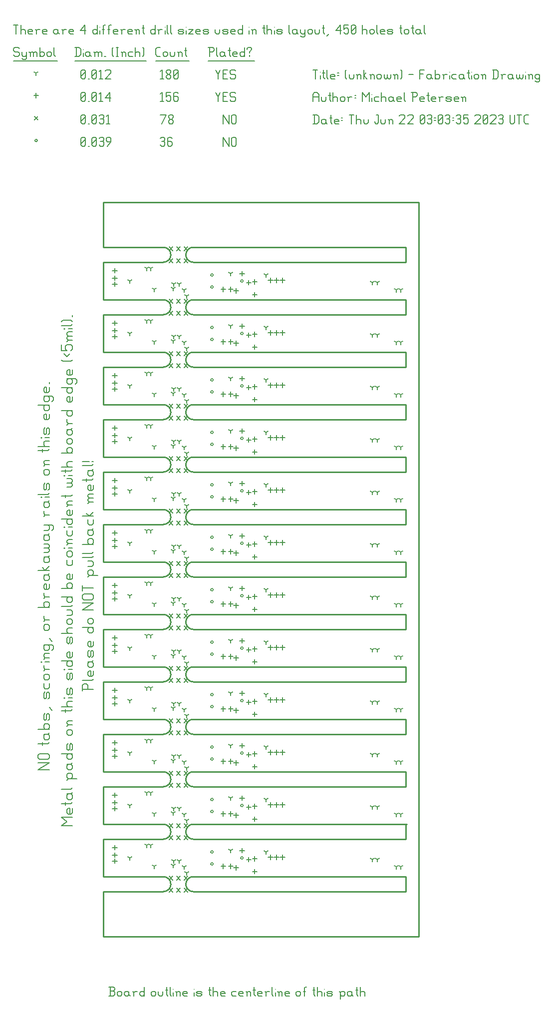
<source format=gbr>
G04 start of page 13 for group -3984 idx -3984 *
G04 Title: (unknown), fab *
G04 Creator: pcb 4.0.2 *
G04 CreationDate: Thu Jun 22 03:03:35 2023 UTC *
G04 For: railfan *
G04 Format: Gerber/RS-274X *
G04 PCB-Dimensions (mil): 3000.00 5500.00 *
G04 PCB-Coordinate-Origin: lower left *
%MOIN*%
%FSLAX25Y25*%
%LNFAB*%
%ADD61C,0.0093*%
%ADD60C,0.0074*%
%ADD59C,0.0100*%
%ADD58C,0.0075*%
%ADD57C,0.0060*%
%ADD56R,0.0080X0.0080*%
G54D56*X151700Y467500D02*G75*G03X153300Y467500I800J0D01*G01*
G75*G03X151700Y467500I-800J0D01*G01*
X131700Y471500D02*G75*G03X133300Y471500I800J0D01*G01*
G75*G03X131700Y471500I-800J0D01*G01*
Y463500D02*G75*G03X133300Y463500I800J0D01*G01*
G75*G03X131700Y463500I-800J0D01*G01*
X151700Y432500D02*G75*G03X153300Y432500I800J0D01*G01*
G75*G03X151700Y432500I-800J0D01*G01*
X131700Y436500D02*G75*G03X133300Y436500I800J0D01*G01*
G75*G03X131700Y436500I-800J0D01*G01*
Y428500D02*G75*G03X133300Y428500I800J0D01*G01*
G75*G03X131700Y428500I-800J0D01*G01*
X151700Y397500D02*G75*G03X153300Y397500I800J0D01*G01*
G75*G03X151700Y397500I-800J0D01*G01*
X131700Y401500D02*G75*G03X133300Y401500I800J0D01*G01*
G75*G03X131700Y401500I-800J0D01*G01*
Y393500D02*G75*G03X133300Y393500I800J0D01*G01*
G75*G03X131700Y393500I-800J0D01*G01*
X151700Y362500D02*G75*G03X153300Y362500I800J0D01*G01*
G75*G03X151700Y362500I-800J0D01*G01*
X131700Y366500D02*G75*G03X133300Y366500I800J0D01*G01*
G75*G03X131700Y366500I-800J0D01*G01*
Y358500D02*G75*G03X133300Y358500I800J0D01*G01*
G75*G03X131700Y358500I-800J0D01*G01*
X151700Y327500D02*G75*G03X153300Y327500I800J0D01*G01*
G75*G03X151700Y327500I-800J0D01*G01*
X131700Y331500D02*G75*G03X133300Y331500I800J0D01*G01*
G75*G03X131700Y331500I-800J0D01*G01*
Y323500D02*G75*G03X133300Y323500I800J0D01*G01*
G75*G03X131700Y323500I-800J0D01*G01*
X151700Y292500D02*G75*G03X153300Y292500I800J0D01*G01*
G75*G03X151700Y292500I-800J0D01*G01*
X131700Y296500D02*G75*G03X133300Y296500I800J0D01*G01*
G75*G03X131700Y296500I-800J0D01*G01*
Y288500D02*G75*G03X133300Y288500I800J0D01*G01*
G75*G03X131700Y288500I-800J0D01*G01*
X151700Y257500D02*G75*G03X153300Y257500I800J0D01*G01*
G75*G03X151700Y257500I-800J0D01*G01*
X131700Y261500D02*G75*G03X133300Y261500I800J0D01*G01*
G75*G03X131700Y261500I-800J0D01*G01*
Y253500D02*G75*G03X133300Y253500I800J0D01*G01*
G75*G03X131700Y253500I-800J0D01*G01*
X151700Y222500D02*G75*G03X153300Y222500I800J0D01*G01*
G75*G03X151700Y222500I-800J0D01*G01*
X131700Y226500D02*G75*G03X133300Y226500I800J0D01*G01*
G75*G03X131700Y226500I-800J0D01*G01*
Y218500D02*G75*G03X133300Y218500I800J0D01*G01*
G75*G03X131700Y218500I-800J0D01*G01*
X151700Y187500D02*G75*G03X153300Y187500I800J0D01*G01*
G75*G03X151700Y187500I-800J0D01*G01*
X131700Y191500D02*G75*G03X133300Y191500I800J0D01*G01*
G75*G03X131700Y191500I-800J0D01*G01*
Y183500D02*G75*G03X133300Y183500I800J0D01*G01*
G75*G03X131700Y183500I-800J0D01*G01*
X151700Y152500D02*G75*G03X153300Y152500I800J0D01*G01*
G75*G03X151700Y152500I-800J0D01*G01*
X131700Y156500D02*G75*G03X133300Y156500I800J0D01*G01*
G75*G03X131700Y156500I-800J0D01*G01*
Y148500D02*G75*G03X133300Y148500I800J0D01*G01*
G75*G03X131700Y148500I-800J0D01*G01*
X151700Y117500D02*G75*G03X153300Y117500I800J0D01*G01*
G75*G03X151700Y117500I-800J0D01*G01*
X131700Y121500D02*G75*G03X133300Y121500I800J0D01*G01*
G75*G03X131700Y121500I-800J0D01*G01*
Y113500D02*G75*G03X133300Y113500I800J0D01*G01*
G75*G03X131700Y113500I-800J0D01*G01*
X151700Y82500D02*G75*G03X153300Y82500I800J0D01*G01*
G75*G03X151700Y82500I-800J0D01*G01*
X131700Y86500D02*G75*G03X133300Y86500I800J0D01*G01*
G75*G03X131700Y86500I-800J0D01*G01*
Y78500D02*G75*G03X133300Y78500I800J0D01*G01*
G75*G03X131700Y78500I-800J0D01*G01*
X14200Y561250D02*G75*G03X15800Y561250I800J0D01*G01*
G75*G03X14200Y561250I-800J0D01*G01*
G54D57*X140000Y563500D02*Y557500D01*
Y563500D02*X143750Y557500D01*
Y563500D02*Y557500D01*
X145550Y562750D02*Y558250D01*
Y562750D02*X146300Y563500D01*
X147800D01*
X148550Y562750D01*
Y558250D01*
X147800Y557500D02*X148550Y558250D01*
X146300Y557500D02*X147800D01*
X145550Y558250D02*X146300Y557500D01*
X98000Y562750D02*X98750Y563500D01*
X100250D01*
X101000Y562750D01*
X100250Y557500D02*X101000Y558250D01*
X98750Y557500D02*X100250D01*
X98000Y558250D02*X98750Y557500D01*
Y560800D02*X100250D01*
X101000Y562750D02*Y561550D01*
Y560050D02*Y558250D01*
Y560050D02*X100250Y560800D01*
X101000Y561550D02*X100250Y560800D01*
X105050Y563500D02*X105800Y562750D01*
X103550Y563500D02*X105050D01*
X102800Y562750D02*X103550Y563500D01*
X102800Y562750D02*Y558250D01*
X103550Y557500D01*
X105050Y560800D02*X105800Y560050D01*
X102800Y560800D02*X105050D01*
X103550Y557500D02*X105050D01*
X105800Y558250D01*
Y560050D02*Y558250D01*
X45000D02*X45750Y557500D01*
X45000Y562750D02*Y558250D01*
Y562750D02*X45750Y563500D01*
X47250D01*
X48000Y562750D01*
Y558250D01*
X47250Y557500D02*X48000Y558250D01*
X45750Y557500D02*X47250D01*
X45000Y559000D02*X48000Y562000D01*
X49800Y557500D02*X50550D01*
X52350Y558250D02*X53100Y557500D01*
X52350Y562750D02*Y558250D01*
Y562750D02*X53100Y563500D01*
X54600D01*
X55350Y562750D01*
Y558250D01*
X54600Y557500D02*X55350Y558250D01*
X53100Y557500D02*X54600D01*
X52350Y559000D02*X55350Y562000D01*
X57150Y562750D02*X57900Y563500D01*
X59400D01*
X60150Y562750D01*
X59400Y557500D02*X60150Y558250D01*
X57900Y557500D02*X59400D01*
X57150Y558250D02*X57900Y557500D01*
Y560800D02*X59400D01*
X60150Y562750D02*Y561550D01*
Y560050D02*Y558250D01*
Y560050D02*X59400Y560800D01*
X60150Y561550D02*X59400Y560800D01*
X62700Y557500D02*X64950Y560500D01*
Y562750D02*Y560500D01*
X64200Y563500D02*X64950Y562750D01*
X62700Y563500D02*X64200D01*
X61950Y562750D02*X62700Y563500D01*
X61950Y562750D02*Y561250D01*
X62700Y560500D01*
X64950D01*
X103800Y420200D02*X106200Y417800D01*
X103800D02*X106200Y420200D01*
X108800D02*X111200Y417800D01*
X108800D02*X111200Y420200D01*
X113800D02*X116200Y417800D01*
X113800D02*X116200Y420200D01*
X113800Y447200D02*X116200Y444800D01*
X113800D02*X116200Y447200D01*
X103800D02*X106200Y444800D01*
X103800D02*X106200Y447200D01*
X108800D02*X111200Y444800D01*
X108800D02*X111200Y447200D01*
X113800Y455200D02*X116200Y452800D01*
X113800D02*X116200Y455200D01*
X108800D02*X111200Y452800D01*
X108800D02*X111200Y455200D01*
X103800D02*X106200Y452800D01*
X103800D02*X106200Y455200D01*
X113800Y412200D02*X116200Y409800D01*
X113800D02*X116200Y412200D01*
X103800D02*X106200Y409800D01*
X103800D02*X106200Y412200D01*
X108800D02*X111200Y409800D01*
X108800D02*X111200Y412200D01*
X113800Y377200D02*X116200Y374800D01*
X113800D02*X116200Y377200D01*
X103800D02*X106200Y374800D01*
X103800D02*X106200Y377200D01*
X108800D02*X111200Y374800D01*
X108800D02*X111200Y377200D01*
X113800Y385200D02*X116200Y382800D01*
X113800D02*X116200Y385200D01*
X108800D02*X111200Y382800D01*
X108800D02*X111200Y385200D01*
X103800D02*X106200Y382800D01*
X103800D02*X106200Y385200D01*
X113800Y342200D02*X116200Y339800D01*
X113800D02*X116200Y342200D01*
X103800D02*X106200Y339800D01*
X103800D02*X106200Y342200D01*
X108800D02*X111200Y339800D01*
X108800D02*X111200Y342200D01*
X113800Y350200D02*X116200Y347800D01*
X113800D02*X116200Y350200D01*
X108800D02*X111200Y347800D01*
X108800D02*X111200Y350200D01*
X103800D02*X106200Y347800D01*
X103800D02*X106200Y350200D01*
X113800Y307200D02*X116200Y304800D01*
X113800D02*X116200Y307200D01*
X103800D02*X106200Y304800D01*
X103800D02*X106200Y307200D01*
X108800D02*X111200Y304800D01*
X108800D02*X111200Y307200D01*
X113800Y315200D02*X116200Y312800D01*
X113800D02*X116200Y315200D01*
X108800D02*X111200Y312800D01*
X108800D02*X111200Y315200D01*
X103800D02*X106200Y312800D01*
X103800D02*X106200Y315200D01*
X113800Y272200D02*X116200Y269800D01*
X113800D02*X116200Y272200D01*
X103800D02*X106200Y269800D01*
X103800D02*X106200Y272200D01*
X108800D02*X111200Y269800D01*
X108800D02*X111200Y272200D01*
X113800Y280200D02*X116200Y277800D01*
X113800D02*X116200Y280200D01*
X108800D02*X111200Y277800D01*
X108800D02*X111200Y280200D01*
X103800D02*X106200Y277800D01*
X103800D02*X106200Y280200D01*
X113800Y237200D02*X116200Y234800D01*
X113800D02*X116200Y237200D01*
X103800D02*X106200Y234800D01*
X103800D02*X106200Y237200D01*
X108800D02*X111200Y234800D01*
X108800D02*X111200Y237200D01*
X113800Y245200D02*X116200Y242800D01*
X113800D02*X116200Y245200D01*
X108800D02*X111200Y242800D01*
X108800D02*X111200Y245200D01*
X103800D02*X106200Y242800D01*
X103800D02*X106200Y245200D01*
X113800Y202200D02*X116200Y199800D01*
X113800D02*X116200Y202200D01*
X103800D02*X106200Y199800D01*
X103800D02*X106200Y202200D01*
X108800D02*X111200Y199800D01*
X108800D02*X111200Y202200D01*
X113800Y210200D02*X116200Y207800D01*
X113800D02*X116200Y210200D01*
X108800D02*X111200Y207800D01*
X108800D02*X111200Y210200D01*
X103800D02*X106200Y207800D01*
X103800D02*X106200Y210200D01*
X113800Y167200D02*X116200Y164800D01*
X113800D02*X116200Y167200D01*
X103800D02*X106200Y164800D01*
X103800D02*X106200Y167200D01*
X108800D02*X111200Y164800D01*
X108800D02*X111200Y167200D01*
X113800Y175200D02*X116200Y172800D01*
X113800D02*X116200Y175200D01*
X108800D02*X111200Y172800D01*
X108800D02*X111200Y175200D01*
X103800D02*X106200Y172800D01*
X103800D02*X106200Y175200D01*
X113800Y132200D02*X116200Y129800D01*
X113800D02*X116200Y132200D01*
X103800D02*X106200Y129800D01*
X103800D02*X106200Y132200D01*
X108800D02*X111200Y129800D01*
X108800D02*X111200Y132200D01*
X113800Y140200D02*X116200Y137800D01*
X113800D02*X116200Y140200D01*
X108800D02*X111200Y137800D01*
X108800D02*X111200Y140200D01*
X103800D02*X106200Y137800D01*
X103800D02*X106200Y140200D01*
X113800Y97200D02*X116200Y94800D01*
X113800D02*X116200Y97200D01*
X103800D02*X106200Y94800D01*
X103800D02*X106200Y97200D01*
X108800D02*X111200Y94800D01*
X108800D02*X111200Y97200D01*
X113800Y105200D02*X116200Y102800D01*
X113800D02*X116200Y105200D01*
X108800D02*X111200Y102800D01*
X108800D02*X111200Y105200D01*
X103800D02*X106200Y102800D01*
X103800D02*X106200Y105200D01*
X113800Y482200D02*X116200Y479800D01*
X113800D02*X116200Y482200D01*
X103800D02*X106200Y479800D01*
X103800D02*X106200Y482200D01*
X108800D02*X111200Y479800D01*
X108800D02*X111200Y482200D01*
X113800Y490200D02*X116200Y487800D01*
X113800D02*X116200Y490200D01*
X108800D02*X111200Y487800D01*
X108800D02*X111200Y490200D01*
X103800D02*X106200Y487800D01*
X103800D02*X106200Y490200D01*
X113800Y70200D02*X116200Y67800D01*
X113800D02*X116200Y70200D01*
X103800D02*X106200Y67800D01*
X103800D02*X106200Y70200D01*
X108800D02*X111200Y67800D01*
X108800D02*X111200Y70200D01*
X113800Y62200D02*X116200Y59800D01*
X113800D02*X116200Y62200D01*
X108800D02*X111200Y59800D01*
X108800D02*X111200Y62200D01*
X103800D02*X106200Y59800D01*
X103800D02*X106200Y62200D01*
X13800Y577450D02*X16200Y575050D01*
X13800D02*X16200Y577450D01*
X140000Y578500D02*Y572500D01*
Y578500D02*X143750Y572500D01*
Y578500D02*Y572500D01*
X145550Y577750D02*Y573250D01*
Y577750D02*X146300Y578500D01*
X147800D01*
X148550Y577750D01*
Y573250D01*
X147800Y572500D02*X148550Y573250D01*
X146300Y572500D02*X147800D01*
X145550Y573250D02*X146300Y572500D01*
X98750D02*X101750Y578500D01*
X98000D02*X101750D01*
X103550Y573250D02*X104300Y572500D01*
X103550Y574450D02*Y573250D01*
Y574450D02*X104600Y575500D01*
X105500D01*
X106550Y574450D01*
Y573250D01*
X105800Y572500D02*X106550Y573250D01*
X104300Y572500D02*X105800D01*
X103550Y576550D02*X104600Y575500D01*
X103550Y577750D02*Y576550D01*
Y577750D02*X104300Y578500D01*
X105800D01*
X106550Y577750D01*
Y576550D01*
X105500Y575500D02*X106550Y576550D01*
X45000Y573250D02*X45750Y572500D01*
X45000Y577750D02*Y573250D01*
Y577750D02*X45750Y578500D01*
X47250D01*
X48000Y577750D01*
Y573250D01*
X47250Y572500D02*X48000Y573250D01*
X45750Y572500D02*X47250D01*
X45000Y574000D02*X48000Y577000D01*
X49800Y572500D02*X50550D01*
X52350Y573250D02*X53100Y572500D01*
X52350Y577750D02*Y573250D01*
Y577750D02*X53100Y578500D01*
X54600D01*
X55350Y577750D01*
Y573250D01*
X54600Y572500D02*X55350Y573250D01*
X53100Y572500D02*X54600D01*
X52350Y574000D02*X55350Y577000D01*
X57150Y577750D02*X57900Y578500D01*
X59400D01*
X60150Y577750D01*
X59400Y572500D02*X60150Y573250D01*
X57900Y572500D02*X59400D01*
X57150Y573250D02*X57900Y572500D01*
Y575800D02*X59400D01*
X60150Y577750D02*Y576550D01*
Y575050D02*Y573250D01*
Y575050D02*X59400Y575800D01*
X60150Y576550D02*X59400Y575800D01*
X61950Y577300D02*X63150Y578500D01*
Y572500D01*
X61950D02*X64200D01*
X67500Y476100D02*Y472900D01*
X65900Y474500D02*X69100D01*
X67500Y467100D02*Y463900D01*
X65900Y465500D02*X69100D01*
X67500Y471100D02*Y467900D01*
X65900Y469500D02*X69100D01*
X145000Y463600D02*Y460400D01*
X143400Y462000D02*X146600D01*
X148500Y462600D02*Y459400D01*
X146900Y461000D02*X150100D01*
X161000Y460100D02*Y456900D01*
X159400Y458500D02*X162600D01*
X161000Y468600D02*Y465400D01*
X159400Y467000D02*X162600D01*
X157000Y468100D02*Y464900D01*
X155400Y466500D02*X158600D01*
X152500Y474100D02*Y470900D01*
X150900Y472500D02*X154100D01*
X175500Y469600D02*Y466400D01*
X173900Y468000D02*X177100D01*
X179500Y469600D02*Y466400D01*
X177900Y468000D02*X181100D01*
X171500Y469600D02*Y466400D01*
X169900Y468000D02*X173100D01*
X140000Y463600D02*Y460400D01*
X138400Y462000D02*X141600D01*
X67500Y441100D02*Y437900D01*
X65900Y439500D02*X69100D01*
X67500Y432100D02*Y428900D01*
X65900Y430500D02*X69100D01*
X67500Y436100D02*Y432900D01*
X65900Y434500D02*X69100D01*
X145000Y428600D02*Y425400D01*
X143400Y427000D02*X146600D01*
X148500Y427600D02*Y424400D01*
X146900Y426000D02*X150100D01*
X161000Y425100D02*Y421900D01*
X159400Y423500D02*X162600D01*
X161000Y433600D02*Y430400D01*
X159400Y432000D02*X162600D01*
X157000Y433100D02*Y429900D01*
X155400Y431500D02*X158600D01*
X152500Y439100D02*Y435900D01*
X150900Y437500D02*X154100D01*
X175500Y434600D02*Y431400D01*
X173900Y433000D02*X177100D01*
X179500Y434600D02*Y431400D01*
X177900Y433000D02*X181100D01*
X171500Y434600D02*Y431400D01*
X169900Y433000D02*X173100D01*
X140000Y428600D02*Y425400D01*
X138400Y427000D02*X141600D01*
X67500Y406100D02*Y402900D01*
X65900Y404500D02*X69100D01*
X67500Y397100D02*Y393900D01*
X65900Y395500D02*X69100D01*
X67500Y401100D02*Y397900D01*
X65900Y399500D02*X69100D01*
X145000Y393600D02*Y390400D01*
X143400Y392000D02*X146600D01*
X148500Y392600D02*Y389400D01*
X146900Y391000D02*X150100D01*
X161000Y390100D02*Y386900D01*
X159400Y388500D02*X162600D01*
X161000Y398600D02*Y395400D01*
X159400Y397000D02*X162600D01*
X157000Y398100D02*Y394900D01*
X155400Y396500D02*X158600D01*
X152500Y404100D02*Y400900D01*
X150900Y402500D02*X154100D01*
X175500Y399600D02*Y396400D01*
X173900Y398000D02*X177100D01*
X179500Y399600D02*Y396400D01*
X177900Y398000D02*X181100D01*
X171500Y399600D02*Y396400D01*
X169900Y398000D02*X173100D01*
X140000Y393600D02*Y390400D01*
X138400Y392000D02*X141600D01*
X67500Y371100D02*Y367900D01*
X65900Y369500D02*X69100D01*
X67500Y362100D02*Y358900D01*
X65900Y360500D02*X69100D01*
X67500Y366100D02*Y362900D01*
X65900Y364500D02*X69100D01*
X145000Y358600D02*Y355400D01*
X143400Y357000D02*X146600D01*
X148500Y357600D02*Y354400D01*
X146900Y356000D02*X150100D01*
X161000Y355100D02*Y351900D01*
X159400Y353500D02*X162600D01*
X161000Y363600D02*Y360400D01*
X159400Y362000D02*X162600D01*
X157000Y363100D02*Y359900D01*
X155400Y361500D02*X158600D01*
X152500Y369100D02*Y365900D01*
X150900Y367500D02*X154100D01*
X175500Y364600D02*Y361400D01*
X173900Y363000D02*X177100D01*
X179500Y364600D02*Y361400D01*
X177900Y363000D02*X181100D01*
X171500Y364600D02*Y361400D01*
X169900Y363000D02*X173100D01*
X140000Y358600D02*Y355400D01*
X138400Y357000D02*X141600D01*
X67500Y336100D02*Y332900D01*
X65900Y334500D02*X69100D01*
X67500Y327100D02*Y323900D01*
X65900Y325500D02*X69100D01*
X67500Y331100D02*Y327900D01*
X65900Y329500D02*X69100D01*
X145000Y323600D02*Y320400D01*
X143400Y322000D02*X146600D01*
X148500Y322600D02*Y319400D01*
X146900Y321000D02*X150100D01*
X161000Y320100D02*Y316900D01*
X159400Y318500D02*X162600D01*
X161000Y328600D02*Y325400D01*
X159400Y327000D02*X162600D01*
X157000Y328100D02*Y324900D01*
X155400Y326500D02*X158600D01*
X152500Y334100D02*Y330900D01*
X150900Y332500D02*X154100D01*
X175500Y329600D02*Y326400D01*
X173900Y328000D02*X177100D01*
X179500Y329600D02*Y326400D01*
X177900Y328000D02*X181100D01*
X171500Y329600D02*Y326400D01*
X169900Y328000D02*X173100D01*
X140000Y323600D02*Y320400D01*
X138400Y322000D02*X141600D01*
X67500Y301100D02*Y297900D01*
X65900Y299500D02*X69100D01*
X67500Y292100D02*Y288900D01*
X65900Y290500D02*X69100D01*
X67500Y296100D02*Y292900D01*
X65900Y294500D02*X69100D01*
X145000Y288600D02*Y285400D01*
X143400Y287000D02*X146600D01*
X148500Y287600D02*Y284400D01*
X146900Y286000D02*X150100D01*
X161000Y285100D02*Y281900D01*
X159400Y283500D02*X162600D01*
X161000Y293600D02*Y290400D01*
X159400Y292000D02*X162600D01*
X157000Y293100D02*Y289900D01*
X155400Y291500D02*X158600D01*
X152500Y299100D02*Y295900D01*
X150900Y297500D02*X154100D01*
X175500Y294600D02*Y291400D01*
X173900Y293000D02*X177100D01*
X179500Y294600D02*Y291400D01*
X177900Y293000D02*X181100D01*
X171500Y294600D02*Y291400D01*
X169900Y293000D02*X173100D01*
X140000Y288600D02*Y285400D01*
X138400Y287000D02*X141600D01*
X67500Y266100D02*Y262900D01*
X65900Y264500D02*X69100D01*
X67500Y257100D02*Y253900D01*
X65900Y255500D02*X69100D01*
X67500Y261100D02*Y257900D01*
X65900Y259500D02*X69100D01*
X145000Y253600D02*Y250400D01*
X143400Y252000D02*X146600D01*
X148500Y252600D02*Y249400D01*
X146900Y251000D02*X150100D01*
X161000Y250100D02*Y246900D01*
X159400Y248500D02*X162600D01*
X161000Y258600D02*Y255400D01*
X159400Y257000D02*X162600D01*
X157000Y258100D02*Y254900D01*
X155400Y256500D02*X158600D01*
X152500Y264100D02*Y260900D01*
X150900Y262500D02*X154100D01*
X175500Y259600D02*Y256400D01*
X173900Y258000D02*X177100D01*
X179500Y259600D02*Y256400D01*
X177900Y258000D02*X181100D01*
X171500Y259600D02*Y256400D01*
X169900Y258000D02*X173100D01*
X140000Y253600D02*Y250400D01*
X138400Y252000D02*X141600D01*
X67500Y231100D02*Y227900D01*
X65900Y229500D02*X69100D01*
X67500Y222100D02*Y218900D01*
X65900Y220500D02*X69100D01*
X67500Y226100D02*Y222900D01*
X65900Y224500D02*X69100D01*
X145000Y218600D02*Y215400D01*
X143400Y217000D02*X146600D01*
X148500Y217600D02*Y214400D01*
X146900Y216000D02*X150100D01*
X161000Y215100D02*Y211900D01*
X159400Y213500D02*X162600D01*
X161000Y223600D02*Y220400D01*
X159400Y222000D02*X162600D01*
X157000Y223100D02*Y219900D01*
X155400Y221500D02*X158600D01*
X152500Y229100D02*Y225900D01*
X150900Y227500D02*X154100D01*
X175500Y224600D02*Y221400D01*
X173900Y223000D02*X177100D01*
X179500Y224600D02*Y221400D01*
X177900Y223000D02*X181100D01*
X171500Y224600D02*Y221400D01*
X169900Y223000D02*X173100D01*
X140000Y218600D02*Y215400D01*
X138400Y217000D02*X141600D01*
X67500Y196100D02*Y192900D01*
X65900Y194500D02*X69100D01*
X67500Y187100D02*Y183900D01*
X65900Y185500D02*X69100D01*
X67500Y191100D02*Y187900D01*
X65900Y189500D02*X69100D01*
X145000Y183600D02*Y180400D01*
X143400Y182000D02*X146600D01*
X148500Y182600D02*Y179400D01*
X146900Y181000D02*X150100D01*
X161000Y180100D02*Y176900D01*
X159400Y178500D02*X162600D01*
X161000Y188600D02*Y185400D01*
X159400Y187000D02*X162600D01*
X157000Y188100D02*Y184900D01*
X155400Y186500D02*X158600D01*
X152500Y194100D02*Y190900D01*
X150900Y192500D02*X154100D01*
X175500Y189600D02*Y186400D01*
X173900Y188000D02*X177100D01*
X179500Y189600D02*Y186400D01*
X177900Y188000D02*X181100D01*
X171500Y189600D02*Y186400D01*
X169900Y188000D02*X173100D01*
X140000Y183600D02*Y180400D01*
X138400Y182000D02*X141600D01*
X67500Y161100D02*Y157900D01*
X65900Y159500D02*X69100D01*
X67500Y152100D02*Y148900D01*
X65900Y150500D02*X69100D01*
X67500Y156100D02*Y152900D01*
X65900Y154500D02*X69100D01*
X145000Y148600D02*Y145400D01*
X143400Y147000D02*X146600D01*
X148500Y147600D02*Y144400D01*
X146900Y146000D02*X150100D01*
X161000Y145100D02*Y141900D01*
X159400Y143500D02*X162600D01*
X161000Y153600D02*Y150400D01*
X159400Y152000D02*X162600D01*
X157000Y153100D02*Y149900D01*
X155400Y151500D02*X158600D01*
X152500Y159100D02*Y155900D01*
X150900Y157500D02*X154100D01*
X175500Y154600D02*Y151400D01*
X173900Y153000D02*X177100D01*
X179500Y154600D02*Y151400D01*
X177900Y153000D02*X181100D01*
X171500Y154600D02*Y151400D01*
X169900Y153000D02*X173100D01*
X140000Y148600D02*Y145400D01*
X138400Y147000D02*X141600D01*
X67500Y126100D02*Y122900D01*
X65900Y124500D02*X69100D01*
X67500Y117100D02*Y113900D01*
X65900Y115500D02*X69100D01*
X67500Y121100D02*Y117900D01*
X65900Y119500D02*X69100D01*
X145000Y113600D02*Y110400D01*
X143400Y112000D02*X146600D01*
X148500Y112600D02*Y109400D01*
X146900Y111000D02*X150100D01*
X161000Y110100D02*Y106900D01*
X159400Y108500D02*X162600D01*
X161000Y118600D02*Y115400D01*
X159400Y117000D02*X162600D01*
X157000Y118100D02*Y114900D01*
X155400Y116500D02*X158600D01*
X152500Y124100D02*Y120900D01*
X150900Y122500D02*X154100D01*
X175500Y119600D02*Y116400D01*
X173900Y118000D02*X177100D01*
X179500Y119600D02*Y116400D01*
X177900Y118000D02*X181100D01*
X171500Y119600D02*Y116400D01*
X169900Y118000D02*X173100D01*
X140000Y113600D02*Y110400D01*
X138400Y112000D02*X141600D01*
X67500Y91100D02*Y87900D01*
X65900Y89500D02*X69100D01*
X67500Y82100D02*Y78900D01*
X65900Y80500D02*X69100D01*
X67500Y86100D02*Y82900D01*
X65900Y84500D02*X69100D01*
X145000Y78600D02*Y75400D01*
X143400Y77000D02*X146600D01*
X148500Y77600D02*Y74400D01*
X146900Y76000D02*X150100D01*
X161000Y75100D02*Y71900D01*
X159400Y73500D02*X162600D01*
X161000Y83600D02*Y80400D01*
X159400Y82000D02*X162600D01*
X157000Y83100D02*Y79900D01*
X155400Y81500D02*X158600D01*
X152500Y89100D02*Y85900D01*
X150900Y87500D02*X154100D01*
X175500Y84600D02*Y81400D01*
X173900Y83000D02*X177100D01*
X179500Y84600D02*Y81400D01*
X177900Y83000D02*X181100D01*
X171500Y84600D02*Y81400D01*
X169900Y83000D02*X173100D01*
X140000Y78600D02*Y75400D01*
X138400Y77000D02*X141600D01*
X15000Y592850D02*Y589650D01*
X13400Y591250D02*X16600D01*
X135000Y593500D02*X136500Y590500D01*
X138000Y593500D01*
X136500Y590500D02*Y587500D01*
X139800Y590800D02*X142050D01*
X139800Y587500D02*X142800D01*
X139800Y593500D02*Y587500D01*
Y593500D02*X142800D01*
X147600D02*X148350Y592750D01*
X145350Y593500D02*X147600D01*
X144600Y592750D02*X145350Y593500D01*
X144600Y592750D02*Y591250D01*
X145350Y590500D01*
X147600D01*
X148350Y589750D01*
Y588250D01*
X147600Y587500D02*X148350Y588250D01*
X145350Y587500D02*X147600D01*
X144600Y588250D02*X145350Y587500D01*
X98000Y592300D02*X99200Y593500D01*
Y587500D01*
X98000D02*X100250D01*
X102050Y593500D02*X105050D01*
X102050D02*Y590500D01*
X102800Y591250D01*
X104300D01*
X105050Y590500D01*
Y588250D01*
X104300Y587500D02*X105050Y588250D01*
X102800Y587500D02*X104300D01*
X102050Y588250D02*X102800Y587500D01*
X109100Y593500D02*X109850Y592750D01*
X107600Y593500D02*X109100D01*
X106850Y592750D02*X107600Y593500D01*
X106850Y592750D02*Y588250D01*
X107600Y587500D01*
X109100Y590800D02*X109850Y590050D01*
X106850Y590800D02*X109100D01*
X107600Y587500D02*X109100D01*
X109850Y588250D01*
Y590050D02*Y588250D01*
X45000D02*X45750Y587500D01*
X45000Y592750D02*Y588250D01*
Y592750D02*X45750Y593500D01*
X47250D01*
X48000Y592750D01*
Y588250D01*
X47250Y587500D02*X48000Y588250D01*
X45750Y587500D02*X47250D01*
X45000Y589000D02*X48000Y592000D01*
X49800Y587500D02*X50550D01*
X52350Y588250D02*X53100Y587500D01*
X52350Y592750D02*Y588250D01*
Y592750D02*X53100Y593500D01*
X54600D01*
X55350Y592750D01*
Y588250D01*
X54600Y587500D02*X55350Y588250D01*
X53100Y587500D02*X54600D01*
X52350Y589000D02*X55350Y592000D01*
X57150Y592300D02*X58350Y593500D01*
Y587500D01*
X57150D02*X59400D01*
X61200Y589750D02*X64200Y593500D01*
X61200Y589750D02*X64950D01*
X64200Y593500D02*Y587500D01*
X77500Y467500D02*Y465900D01*
Y467500D02*X78887Y468300D01*
X77500Y467500D02*X76113Y468300D01*
X89000Y476000D02*Y474400D01*
Y476000D02*X90387Y476800D01*
X89000Y476000D02*X87613Y476800D01*
X168500Y471500D02*Y469900D01*
Y471500D02*X169887Y472300D01*
X168500Y471500D02*X167113Y472300D01*
X255500Y461594D02*Y459994D01*
Y461594D02*X256887Y462394D01*
X255500Y461594D02*X254113Y462394D01*
X258500Y461594D02*Y459994D01*
Y461594D02*X259887Y462394D01*
X258500Y461594D02*X257113Y462394D01*
X243000Y466500D02*Y464900D01*
Y466500D02*X244387Y467300D01*
X243000Y466500D02*X241613Y467300D01*
X239500Y466500D02*Y464900D01*
Y466500D02*X240887Y467300D01*
X239500Y466500D02*X238113Y467300D01*
X145000Y472500D02*Y470900D01*
Y472500D02*X146387Y473300D01*
X145000Y472500D02*X143613Y473300D01*
X115500Y457500D02*Y455900D01*
Y457500D02*X116887Y458300D01*
X115500Y457500D02*X114113Y458300D01*
X114000Y461500D02*Y459900D01*
Y461500D02*X115387Y462300D01*
X114000Y461500D02*X112613Y462300D01*
X106500Y462500D02*Y460900D01*
Y462500D02*X107887Y463300D01*
X106500Y462500D02*X105113Y463300D01*
X107000Y465500D02*Y463900D01*
Y465500D02*X108387Y466300D01*
X107000Y465500D02*X105613Y466300D01*
X110500Y465500D02*Y463900D01*
Y465500D02*X111887Y466300D01*
X110500Y465500D02*X109113Y466300D01*
X94000Y462000D02*Y460400D01*
Y462000D02*X95387Y462800D01*
X94000Y462000D02*X92613Y462800D01*
X91500Y476000D02*Y474400D01*
Y476000D02*X92887Y476800D01*
X91500Y476000D02*X90113Y476800D01*
X77500Y432500D02*Y430900D01*
Y432500D02*X78887Y433300D01*
X77500Y432500D02*X76113Y433300D01*
X89000Y441000D02*Y439400D01*
Y441000D02*X90387Y441800D01*
X89000Y441000D02*X87613Y441800D01*
X168500Y436500D02*Y434900D01*
Y436500D02*X169887Y437300D01*
X168500Y436500D02*X167113Y437300D01*
X255500Y426594D02*Y424994D01*
Y426594D02*X256887Y427394D01*
X255500Y426594D02*X254113Y427394D01*
X258500Y426594D02*Y424994D01*
Y426594D02*X259887Y427394D01*
X258500Y426594D02*X257113Y427394D01*
X243000Y431500D02*Y429900D01*
Y431500D02*X244387Y432300D01*
X243000Y431500D02*X241613Y432300D01*
X239500Y431500D02*Y429900D01*
Y431500D02*X240887Y432300D01*
X239500Y431500D02*X238113Y432300D01*
X145000Y437500D02*Y435900D01*
Y437500D02*X146387Y438300D01*
X145000Y437500D02*X143613Y438300D01*
X115500Y422500D02*Y420900D01*
Y422500D02*X116887Y423300D01*
X115500Y422500D02*X114113Y423300D01*
X114000Y426500D02*Y424900D01*
Y426500D02*X115387Y427300D01*
X114000Y426500D02*X112613Y427300D01*
X106500Y427500D02*Y425900D01*
Y427500D02*X107887Y428300D01*
X106500Y427500D02*X105113Y428300D01*
X107000Y430500D02*Y428900D01*
Y430500D02*X108387Y431300D01*
X107000Y430500D02*X105613Y431300D01*
X110500Y430500D02*Y428900D01*
Y430500D02*X111887Y431300D01*
X110500Y430500D02*X109113Y431300D01*
X94000Y427000D02*Y425400D01*
Y427000D02*X95387Y427800D01*
X94000Y427000D02*X92613Y427800D01*
X91500Y441000D02*Y439400D01*
Y441000D02*X92887Y441800D01*
X91500Y441000D02*X90113Y441800D01*
X77500Y397500D02*Y395900D01*
Y397500D02*X78887Y398300D01*
X77500Y397500D02*X76113Y398300D01*
X89000Y406000D02*Y404400D01*
Y406000D02*X90387Y406800D01*
X89000Y406000D02*X87613Y406800D01*
X168500Y401500D02*Y399900D01*
Y401500D02*X169887Y402300D01*
X168500Y401500D02*X167113Y402300D01*
X255500Y391594D02*Y389994D01*
Y391594D02*X256887Y392394D01*
X255500Y391594D02*X254113Y392394D01*
X258500Y391594D02*Y389994D01*
Y391594D02*X259887Y392394D01*
X258500Y391594D02*X257113Y392394D01*
X243000Y396500D02*Y394900D01*
Y396500D02*X244387Y397300D01*
X243000Y396500D02*X241613Y397300D01*
X239500Y396500D02*Y394900D01*
Y396500D02*X240887Y397300D01*
X239500Y396500D02*X238113Y397300D01*
X145000Y402500D02*Y400900D01*
Y402500D02*X146387Y403300D01*
X145000Y402500D02*X143613Y403300D01*
X115500Y387500D02*Y385900D01*
Y387500D02*X116887Y388300D01*
X115500Y387500D02*X114113Y388300D01*
X114000Y391500D02*Y389900D01*
Y391500D02*X115387Y392300D01*
X114000Y391500D02*X112613Y392300D01*
X106500Y392500D02*Y390900D01*
Y392500D02*X107887Y393300D01*
X106500Y392500D02*X105113Y393300D01*
X107000Y395500D02*Y393900D01*
Y395500D02*X108387Y396300D01*
X107000Y395500D02*X105613Y396300D01*
X110500Y395500D02*Y393900D01*
Y395500D02*X111887Y396300D01*
X110500Y395500D02*X109113Y396300D01*
X94000Y392000D02*Y390400D01*
Y392000D02*X95387Y392800D01*
X94000Y392000D02*X92613Y392800D01*
X91500Y406000D02*Y404400D01*
Y406000D02*X92887Y406800D01*
X91500Y406000D02*X90113Y406800D01*
X77500Y362500D02*Y360900D01*
Y362500D02*X78887Y363300D01*
X77500Y362500D02*X76113Y363300D01*
X89000Y371000D02*Y369400D01*
Y371000D02*X90387Y371800D01*
X89000Y371000D02*X87613Y371800D01*
X168500Y366500D02*Y364900D01*
Y366500D02*X169887Y367300D01*
X168500Y366500D02*X167113Y367300D01*
X255500Y356594D02*Y354994D01*
Y356594D02*X256887Y357394D01*
X255500Y356594D02*X254113Y357394D01*
X258500Y356594D02*Y354994D01*
Y356594D02*X259887Y357394D01*
X258500Y356594D02*X257113Y357394D01*
X243000Y361500D02*Y359900D01*
Y361500D02*X244387Y362300D01*
X243000Y361500D02*X241613Y362300D01*
X239500Y361500D02*Y359900D01*
Y361500D02*X240887Y362300D01*
X239500Y361500D02*X238113Y362300D01*
X145000Y367500D02*Y365900D01*
Y367500D02*X146387Y368300D01*
X145000Y367500D02*X143613Y368300D01*
X115500Y352500D02*Y350900D01*
Y352500D02*X116887Y353300D01*
X115500Y352500D02*X114113Y353300D01*
X114000Y356500D02*Y354900D01*
Y356500D02*X115387Y357300D01*
X114000Y356500D02*X112613Y357300D01*
X106500Y357500D02*Y355900D01*
Y357500D02*X107887Y358300D01*
X106500Y357500D02*X105113Y358300D01*
X107000Y360500D02*Y358900D01*
Y360500D02*X108387Y361300D01*
X107000Y360500D02*X105613Y361300D01*
X110500Y360500D02*Y358900D01*
Y360500D02*X111887Y361300D01*
X110500Y360500D02*X109113Y361300D01*
X94000Y357000D02*Y355400D01*
Y357000D02*X95387Y357800D01*
X94000Y357000D02*X92613Y357800D01*
X91500Y371000D02*Y369400D01*
Y371000D02*X92887Y371800D01*
X91500Y371000D02*X90113Y371800D01*
X77500Y327500D02*Y325900D01*
Y327500D02*X78887Y328300D01*
X77500Y327500D02*X76113Y328300D01*
X89000Y336000D02*Y334400D01*
Y336000D02*X90387Y336800D01*
X89000Y336000D02*X87613Y336800D01*
X168500Y331500D02*Y329900D01*
Y331500D02*X169887Y332300D01*
X168500Y331500D02*X167113Y332300D01*
X255500Y321594D02*Y319994D01*
Y321594D02*X256887Y322394D01*
X255500Y321594D02*X254113Y322394D01*
X258500Y321594D02*Y319994D01*
Y321594D02*X259887Y322394D01*
X258500Y321594D02*X257113Y322394D01*
X243000Y326500D02*Y324900D01*
Y326500D02*X244387Y327300D01*
X243000Y326500D02*X241613Y327300D01*
X239500Y326500D02*Y324900D01*
Y326500D02*X240887Y327300D01*
X239500Y326500D02*X238113Y327300D01*
X145000Y332500D02*Y330900D01*
Y332500D02*X146387Y333300D01*
X145000Y332500D02*X143613Y333300D01*
X115500Y317500D02*Y315900D01*
Y317500D02*X116887Y318300D01*
X115500Y317500D02*X114113Y318300D01*
X114000Y321500D02*Y319900D01*
Y321500D02*X115387Y322300D01*
X114000Y321500D02*X112613Y322300D01*
X106500Y322500D02*Y320900D01*
Y322500D02*X107887Y323300D01*
X106500Y322500D02*X105113Y323300D01*
X107000Y325500D02*Y323900D01*
Y325500D02*X108387Y326300D01*
X107000Y325500D02*X105613Y326300D01*
X110500Y325500D02*Y323900D01*
Y325500D02*X111887Y326300D01*
X110500Y325500D02*X109113Y326300D01*
X94000Y322000D02*Y320400D01*
Y322000D02*X95387Y322800D01*
X94000Y322000D02*X92613Y322800D01*
X91500Y336000D02*Y334400D01*
Y336000D02*X92887Y336800D01*
X91500Y336000D02*X90113Y336800D01*
X77500Y292500D02*Y290900D01*
Y292500D02*X78887Y293300D01*
X77500Y292500D02*X76113Y293300D01*
X89000Y301000D02*Y299400D01*
Y301000D02*X90387Y301800D01*
X89000Y301000D02*X87613Y301800D01*
X168500Y296500D02*Y294900D01*
Y296500D02*X169887Y297300D01*
X168500Y296500D02*X167113Y297300D01*
X255500Y286594D02*Y284994D01*
Y286594D02*X256887Y287394D01*
X255500Y286594D02*X254113Y287394D01*
X258500Y286594D02*Y284994D01*
Y286594D02*X259887Y287394D01*
X258500Y286594D02*X257113Y287394D01*
X243000Y291500D02*Y289900D01*
Y291500D02*X244387Y292300D01*
X243000Y291500D02*X241613Y292300D01*
X239500Y291500D02*Y289900D01*
Y291500D02*X240887Y292300D01*
X239500Y291500D02*X238113Y292300D01*
X145000Y297500D02*Y295900D01*
Y297500D02*X146387Y298300D01*
X145000Y297500D02*X143613Y298300D01*
X115500Y282500D02*Y280900D01*
Y282500D02*X116887Y283300D01*
X115500Y282500D02*X114113Y283300D01*
X114000Y286500D02*Y284900D01*
Y286500D02*X115387Y287300D01*
X114000Y286500D02*X112613Y287300D01*
X106500Y287500D02*Y285900D01*
Y287500D02*X107887Y288300D01*
X106500Y287500D02*X105113Y288300D01*
X107000Y290500D02*Y288900D01*
Y290500D02*X108387Y291300D01*
X107000Y290500D02*X105613Y291300D01*
X110500Y290500D02*Y288900D01*
Y290500D02*X111887Y291300D01*
X110500Y290500D02*X109113Y291300D01*
X94000Y287000D02*Y285400D01*
Y287000D02*X95387Y287800D01*
X94000Y287000D02*X92613Y287800D01*
X91500Y301000D02*Y299400D01*
Y301000D02*X92887Y301800D01*
X91500Y301000D02*X90113Y301800D01*
X77500Y257500D02*Y255900D01*
Y257500D02*X78887Y258300D01*
X77500Y257500D02*X76113Y258300D01*
X89000Y266000D02*Y264400D01*
Y266000D02*X90387Y266800D01*
X89000Y266000D02*X87613Y266800D01*
X168500Y261500D02*Y259900D01*
Y261500D02*X169887Y262300D01*
X168500Y261500D02*X167113Y262300D01*
X255500Y251594D02*Y249994D01*
Y251594D02*X256887Y252394D01*
X255500Y251594D02*X254113Y252394D01*
X258500Y251594D02*Y249994D01*
Y251594D02*X259887Y252394D01*
X258500Y251594D02*X257113Y252394D01*
X243000Y256500D02*Y254900D01*
Y256500D02*X244387Y257300D01*
X243000Y256500D02*X241613Y257300D01*
X239500Y256500D02*Y254900D01*
Y256500D02*X240887Y257300D01*
X239500Y256500D02*X238113Y257300D01*
X145000Y262500D02*Y260900D01*
Y262500D02*X146387Y263300D01*
X145000Y262500D02*X143613Y263300D01*
X115500Y247500D02*Y245900D01*
Y247500D02*X116887Y248300D01*
X115500Y247500D02*X114113Y248300D01*
X114000Y251500D02*Y249900D01*
Y251500D02*X115387Y252300D01*
X114000Y251500D02*X112613Y252300D01*
X106500Y252500D02*Y250900D01*
Y252500D02*X107887Y253300D01*
X106500Y252500D02*X105113Y253300D01*
X107000Y255500D02*Y253900D01*
Y255500D02*X108387Y256300D01*
X107000Y255500D02*X105613Y256300D01*
X110500Y255500D02*Y253900D01*
Y255500D02*X111887Y256300D01*
X110500Y255500D02*X109113Y256300D01*
X94000Y252000D02*Y250400D01*
Y252000D02*X95387Y252800D01*
X94000Y252000D02*X92613Y252800D01*
X91500Y266000D02*Y264400D01*
Y266000D02*X92887Y266800D01*
X91500Y266000D02*X90113Y266800D01*
X77500Y222500D02*Y220900D01*
Y222500D02*X78887Y223300D01*
X77500Y222500D02*X76113Y223300D01*
X89000Y231000D02*Y229400D01*
Y231000D02*X90387Y231800D01*
X89000Y231000D02*X87613Y231800D01*
X168500Y226500D02*Y224900D01*
Y226500D02*X169887Y227300D01*
X168500Y226500D02*X167113Y227300D01*
X255500Y216594D02*Y214994D01*
Y216594D02*X256887Y217394D01*
X255500Y216594D02*X254113Y217394D01*
X258500Y216594D02*Y214994D01*
Y216594D02*X259887Y217394D01*
X258500Y216594D02*X257113Y217394D01*
X243000Y221500D02*Y219900D01*
Y221500D02*X244387Y222300D01*
X243000Y221500D02*X241613Y222300D01*
X239500Y221500D02*Y219900D01*
Y221500D02*X240887Y222300D01*
X239500Y221500D02*X238113Y222300D01*
X145000Y227500D02*Y225900D01*
Y227500D02*X146387Y228300D01*
X145000Y227500D02*X143613Y228300D01*
X115500Y212500D02*Y210900D01*
Y212500D02*X116887Y213300D01*
X115500Y212500D02*X114113Y213300D01*
X114000Y216500D02*Y214900D01*
Y216500D02*X115387Y217300D01*
X114000Y216500D02*X112613Y217300D01*
X106500Y217500D02*Y215900D01*
Y217500D02*X107887Y218300D01*
X106500Y217500D02*X105113Y218300D01*
X107000Y220500D02*Y218900D01*
Y220500D02*X108387Y221300D01*
X107000Y220500D02*X105613Y221300D01*
X110500Y220500D02*Y218900D01*
Y220500D02*X111887Y221300D01*
X110500Y220500D02*X109113Y221300D01*
X94000Y217000D02*Y215400D01*
Y217000D02*X95387Y217800D01*
X94000Y217000D02*X92613Y217800D01*
X91500Y231000D02*Y229400D01*
Y231000D02*X92887Y231800D01*
X91500Y231000D02*X90113Y231800D01*
X77500Y187500D02*Y185900D01*
Y187500D02*X78887Y188300D01*
X77500Y187500D02*X76113Y188300D01*
X89000Y196000D02*Y194400D01*
Y196000D02*X90387Y196800D01*
X89000Y196000D02*X87613Y196800D01*
X168500Y191500D02*Y189900D01*
Y191500D02*X169887Y192300D01*
X168500Y191500D02*X167113Y192300D01*
X255500Y181594D02*Y179994D01*
Y181594D02*X256887Y182394D01*
X255500Y181594D02*X254113Y182394D01*
X258500Y181594D02*Y179994D01*
Y181594D02*X259887Y182394D01*
X258500Y181594D02*X257113Y182394D01*
X243000Y186500D02*Y184900D01*
Y186500D02*X244387Y187300D01*
X243000Y186500D02*X241613Y187300D01*
X239500Y186500D02*Y184900D01*
Y186500D02*X240887Y187300D01*
X239500Y186500D02*X238113Y187300D01*
X145000Y192500D02*Y190900D01*
Y192500D02*X146387Y193300D01*
X145000Y192500D02*X143613Y193300D01*
X115500Y177500D02*Y175900D01*
Y177500D02*X116887Y178300D01*
X115500Y177500D02*X114113Y178300D01*
X114000Y181500D02*Y179900D01*
Y181500D02*X115387Y182300D01*
X114000Y181500D02*X112613Y182300D01*
X106500Y182500D02*Y180900D01*
Y182500D02*X107887Y183300D01*
X106500Y182500D02*X105113Y183300D01*
X107000Y185500D02*Y183900D01*
Y185500D02*X108387Y186300D01*
X107000Y185500D02*X105613Y186300D01*
X110500Y185500D02*Y183900D01*
Y185500D02*X111887Y186300D01*
X110500Y185500D02*X109113Y186300D01*
X94000Y182000D02*Y180400D01*
Y182000D02*X95387Y182800D01*
X94000Y182000D02*X92613Y182800D01*
X91500Y196000D02*Y194400D01*
Y196000D02*X92887Y196800D01*
X91500Y196000D02*X90113Y196800D01*
X77500Y152500D02*Y150900D01*
Y152500D02*X78887Y153300D01*
X77500Y152500D02*X76113Y153300D01*
X89000Y161000D02*Y159400D01*
Y161000D02*X90387Y161800D01*
X89000Y161000D02*X87613Y161800D01*
X168500Y156500D02*Y154900D01*
Y156500D02*X169887Y157300D01*
X168500Y156500D02*X167113Y157300D01*
X255500Y146594D02*Y144994D01*
Y146594D02*X256887Y147394D01*
X255500Y146594D02*X254113Y147394D01*
X258500Y146594D02*Y144994D01*
Y146594D02*X259887Y147394D01*
X258500Y146594D02*X257113Y147394D01*
X243000Y151500D02*Y149900D01*
Y151500D02*X244387Y152300D01*
X243000Y151500D02*X241613Y152300D01*
X239500Y151500D02*Y149900D01*
Y151500D02*X240887Y152300D01*
X239500Y151500D02*X238113Y152300D01*
X145000Y157500D02*Y155900D01*
Y157500D02*X146387Y158300D01*
X145000Y157500D02*X143613Y158300D01*
X115500Y142500D02*Y140900D01*
Y142500D02*X116887Y143300D01*
X115500Y142500D02*X114113Y143300D01*
X114000Y146500D02*Y144900D01*
Y146500D02*X115387Y147300D01*
X114000Y146500D02*X112613Y147300D01*
X106500Y147500D02*Y145900D01*
Y147500D02*X107887Y148300D01*
X106500Y147500D02*X105113Y148300D01*
X107000Y150500D02*Y148900D01*
Y150500D02*X108387Y151300D01*
X107000Y150500D02*X105613Y151300D01*
X110500Y150500D02*Y148900D01*
Y150500D02*X111887Y151300D01*
X110500Y150500D02*X109113Y151300D01*
X94000Y147000D02*Y145400D01*
Y147000D02*X95387Y147800D01*
X94000Y147000D02*X92613Y147800D01*
X91500Y161000D02*Y159400D01*
Y161000D02*X92887Y161800D01*
X91500Y161000D02*X90113Y161800D01*
X77500Y117500D02*Y115900D01*
Y117500D02*X78887Y118300D01*
X77500Y117500D02*X76113Y118300D01*
X89000Y126000D02*Y124400D01*
Y126000D02*X90387Y126800D01*
X89000Y126000D02*X87613Y126800D01*
X168500Y121500D02*Y119900D01*
Y121500D02*X169887Y122300D01*
X168500Y121500D02*X167113Y122300D01*
X255500Y111594D02*Y109994D01*
Y111594D02*X256887Y112394D01*
X255500Y111594D02*X254113Y112394D01*
X258500Y111594D02*Y109994D01*
Y111594D02*X259887Y112394D01*
X258500Y111594D02*X257113Y112394D01*
X243000Y116500D02*Y114900D01*
Y116500D02*X244387Y117300D01*
X243000Y116500D02*X241613Y117300D01*
X239500Y116500D02*Y114900D01*
Y116500D02*X240887Y117300D01*
X239500Y116500D02*X238113Y117300D01*
X145000Y122500D02*Y120900D01*
Y122500D02*X146387Y123300D01*
X145000Y122500D02*X143613Y123300D01*
X115500Y107500D02*Y105900D01*
Y107500D02*X116887Y108300D01*
X115500Y107500D02*X114113Y108300D01*
X114000Y111500D02*Y109900D01*
Y111500D02*X115387Y112300D01*
X114000Y111500D02*X112613Y112300D01*
X106500Y112500D02*Y110900D01*
Y112500D02*X107887Y113300D01*
X106500Y112500D02*X105113Y113300D01*
X107000Y115500D02*Y113900D01*
Y115500D02*X108387Y116300D01*
X107000Y115500D02*X105613Y116300D01*
X110500Y115500D02*Y113900D01*
Y115500D02*X111887Y116300D01*
X110500Y115500D02*X109113Y116300D01*
X94000Y112000D02*Y110400D01*
Y112000D02*X95387Y112800D01*
X94000Y112000D02*X92613Y112800D01*
X91500Y126000D02*Y124400D01*
Y126000D02*X92887Y126800D01*
X91500Y126000D02*X90113Y126800D01*
X77500Y82500D02*Y80900D01*
Y82500D02*X78887Y83300D01*
X77500Y82500D02*X76113Y83300D01*
X89000Y91000D02*Y89400D01*
Y91000D02*X90387Y91800D01*
X89000Y91000D02*X87613Y91800D01*
X168500Y86500D02*Y84900D01*
Y86500D02*X169887Y87300D01*
X168500Y86500D02*X167113Y87300D01*
X255500Y76594D02*Y74994D01*
Y76594D02*X256887Y77394D01*
X255500Y76594D02*X254113Y77394D01*
X258500Y76594D02*Y74994D01*
Y76594D02*X259887Y77394D01*
X258500Y76594D02*X257113Y77394D01*
X243000Y81500D02*Y79900D01*
Y81500D02*X244387Y82300D01*
X243000Y81500D02*X241613Y82300D01*
X239500Y81500D02*Y79900D01*
Y81500D02*X240887Y82300D01*
X239500Y81500D02*X238113Y82300D01*
X145000Y87500D02*Y85900D01*
Y87500D02*X146387Y88300D01*
X145000Y87500D02*X143613Y88300D01*
X115500Y72500D02*Y70900D01*
Y72500D02*X116887Y73300D01*
X115500Y72500D02*X114113Y73300D01*
X114000Y76500D02*Y74900D01*
Y76500D02*X115387Y77300D01*
X114000Y76500D02*X112613Y77300D01*
X106500Y77500D02*Y75900D01*
Y77500D02*X107887Y78300D01*
X106500Y77500D02*X105113Y78300D01*
X107000Y80500D02*Y78900D01*
Y80500D02*X108387Y81300D01*
X107000Y80500D02*X105613Y81300D01*
X110500Y80500D02*Y78900D01*
Y80500D02*X111887Y81300D01*
X110500Y80500D02*X109113Y81300D01*
X94000Y77000D02*Y75400D01*
Y77000D02*X95387Y77800D01*
X94000Y77000D02*X92613Y77800D01*
X91500Y91000D02*Y89400D01*
Y91000D02*X92887Y91800D01*
X91500Y91000D02*X90113Y91800D01*
X15000Y606250D02*Y604650D01*
Y606250D02*X16387Y607050D01*
X15000Y606250D02*X13613Y607050D01*
X135000Y608500D02*X136500Y605500D01*
X138000Y608500D01*
X136500Y605500D02*Y602500D01*
X139800Y605800D02*X142050D01*
X139800Y602500D02*X142800D01*
X139800Y608500D02*Y602500D01*
Y608500D02*X142800D01*
X147600D02*X148350Y607750D01*
X145350Y608500D02*X147600D01*
X144600Y607750D02*X145350Y608500D01*
X144600Y607750D02*Y606250D01*
X145350Y605500D01*
X147600D01*
X148350Y604750D01*
Y603250D01*
X147600Y602500D02*X148350Y603250D01*
X145350Y602500D02*X147600D01*
X144600Y603250D02*X145350Y602500D01*
X98000Y607300D02*X99200Y608500D01*
Y602500D01*
X98000D02*X100250D01*
X102050Y603250D02*X102800Y602500D01*
X102050Y604450D02*Y603250D01*
Y604450D02*X103100Y605500D01*
X104000D01*
X105050Y604450D01*
Y603250D01*
X104300Y602500D02*X105050Y603250D01*
X102800Y602500D02*X104300D01*
X102050Y606550D02*X103100Y605500D01*
X102050Y607750D02*Y606550D01*
Y607750D02*X102800Y608500D01*
X104300D01*
X105050Y607750D01*
Y606550D01*
X104000Y605500D02*X105050Y606550D01*
X106850Y603250D02*X107600Y602500D01*
X106850Y607750D02*Y603250D01*
Y607750D02*X107600Y608500D01*
X109100D01*
X109850Y607750D01*
Y603250D01*
X109100Y602500D02*X109850Y603250D01*
X107600Y602500D02*X109100D01*
X106850Y604000D02*X109850Y607000D01*
X45000Y603250D02*X45750Y602500D01*
X45000Y607750D02*Y603250D01*
Y607750D02*X45750Y608500D01*
X47250D01*
X48000Y607750D01*
Y603250D01*
X47250Y602500D02*X48000Y603250D01*
X45750Y602500D02*X47250D01*
X45000Y604000D02*X48000Y607000D01*
X49800Y602500D02*X50550D01*
X52350Y603250D02*X53100Y602500D01*
X52350Y607750D02*Y603250D01*
Y607750D02*X53100Y608500D01*
X54600D01*
X55350Y607750D01*
Y603250D01*
X54600Y602500D02*X55350Y603250D01*
X53100Y602500D02*X54600D01*
X52350Y604000D02*X55350Y607000D01*
X57150Y607300D02*X58350Y608500D01*
Y602500D01*
X57150D02*X59400D01*
X61200Y607750D02*X61950Y608500D01*
X64200D01*
X64950Y607750D01*
Y606250D01*
X61200Y602500D02*X64950Y606250D01*
X61200Y602500D02*X64950D01*
X3000Y623500D02*X3750Y622750D01*
X750Y623500D02*X3000D01*
X0Y622750D02*X750Y623500D01*
X0Y622750D02*Y621250D01*
X750Y620500D01*
X3000D01*
X3750Y619750D01*
Y618250D01*
X3000Y617500D02*X3750Y618250D01*
X750Y617500D02*X3000D01*
X0Y618250D02*X750Y617500D01*
X5550Y620500D02*Y618250D01*
X6300Y617500D01*
X8550Y620500D02*Y616000D01*
X7800Y615250D02*X8550Y616000D01*
X6300Y615250D02*X7800D01*
X5550Y616000D02*X6300Y615250D01*
Y617500D02*X7800D01*
X8550Y618250D01*
X11100Y619750D02*Y617500D01*
Y619750D02*X11850Y620500D01*
X12600D01*
X13350Y619750D01*
Y617500D01*
Y619750D02*X14100Y620500D01*
X14850D01*
X15600Y619750D01*
Y617500D01*
X10350Y620500D02*X11100Y619750D01*
X17400Y623500D02*Y617500D01*
Y618250D02*X18150Y617500D01*
X19650D01*
X20400Y618250D01*
Y619750D02*Y618250D01*
X19650Y620500D02*X20400Y619750D01*
X18150Y620500D02*X19650D01*
X17400Y619750D02*X18150Y620500D01*
X22200Y619750D02*Y618250D01*
Y619750D02*X22950Y620500D01*
X24450D01*
X25200Y619750D01*
Y618250D01*
X24450Y617500D02*X25200Y618250D01*
X22950Y617500D02*X24450D01*
X22200Y618250D02*X22950Y617500D01*
X27000Y623500D02*Y618250D01*
X27750Y617500D01*
X0Y614250D02*X29250D01*
X41750Y623500D02*Y617500D01*
X43700Y623500D02*X44750Y622450D01*
Y618550D01*
X43700Y617500D02*X44750Y618550D01*
X41000Y617500D02*X43700D01*
X41000Y623500D02*X43700D01*
G54D58*X46550Y622000D02*Y621850D01*
G54D57*Y619750D02*Y617500D01*
X50300Y620500D02*X51050Y619750D01*
X48800Y620500D02*X50300D01*
X48050Y619750D02*X48800Y620500D01*
X48050Y619750D02*Y618250D01*
X48800Y617500D01*
X51050Y620500D02*Y618250D01*
X51800Y617500D01*
X48800D02*X50300D01*
X51050Y618250D01*
X54350Y619750D02*Y617500D01*
Y619750D02*X55100Y620500D01*
X55850D01*
X56600Y619750D01*
Y617500D01*
Y619750D02*X57350Y620500D01*
X58100D01*
X58850Y619750D01*
Y617500D01*
X53600Y620500D02*X54350Y619750D01*
X60650Y617500D02*X61400D01*
X65900Y618250D02*X66650Y617500D01*
X65900Y622750D02*X66650Y623500D01*
X65900Y622750D02*Y618250D01*
X68450Y623500D02*X69950D01*
X69200D02*Y617500D01*
X68450D02*X69950D01*
X72500Y619750D02*Y617500D01*
Y619750D02*X73250Y620500D01*
X74000D01*
X74750Y619750D01*
Y617500D01*
X71750Y620500D02*X72500Y619750D01*
X77300Y620500D02*X79550D01*
X76550Y619750D02*X77300Y620500D01*
X76550Y619750D02*Y618250D01*
X77300Y617500D01*
X79550D01*
X81350Y623500D02*Y617500D01*
Y619750D02*X82100Y620500D01*
X83600D01*
X84350Y619750D01*
Y617500D01*
X86150Y623500D02*X86900Y622750D01*
Y618250D01*
X86150Y617500D02*X86900Y618250D01*
X41000Y614250D02*X88700D01*
X96050Y617500D02*X98000D01*
X95000Y618550D02*X96050Y617500D01*
X95000Y622450D02*Y618550D01*
Y622450D02*X96050Y623500D01*
X98000D01*
X99800Y619750D02*Y618250D01*
Y619750D02*X100550Y620500D01*
X102050D01*
X102800Y619750D01*
Y618250D01*
X102050Y617500D02*X102800Y618250D01*
X100550Y617500D02*X102050D01*
X99800Y618250D02*X100550Y617500D01*
X104600Y620500D02*Y618250D01*
X105350Y617500D01*
X106850D01*
X107600Y618250D01*
Y620500D02*Y618250D01*
X110150Y619750D02*Y617500D01*
Y619750D02*X110900Y620500D01*
X111650D01*
X112400Y619750D01*
Y617500D01*
X109400Y620500D02*X110150Y619750D01*
X114950Y623500D02*Y618250D01*
X115700Y617500D01*
X114200Y621250D02*X115700D01*
X95000Y614250D02*X117200D01*
X130750Y623500D02*Y617500D01*
X130000Y623500D02*X133000D01*
X133750Y622750D01*
Y621250D01*
X133000Y620500D02*X133750Y621250D01*
X130750Y620500D02*X133000D01*
X135550Y623500D02*Y618250D01*
X136300Y617500D01*
X140050Y620500D02*X140800Y619750D01*
X138550Y620500D02*X140050D01*
X137800Y619750D02*X138550Y620500D01*
X137800Y619750D02*Y618250D01*
X138550Y617500D01*
X140800Y620500D02*Y618250D01*
X141550Y617500D01*
X138550D02*X140050D01*
X140800Y618250D01*
X144100Y623500D02*Y618250D01*
X144850Y617500D01*
X143350Y621250D02*X144850D01*
X147100Y617500D02*X149350D01*
X146350Y618250D02*X147100Y617500D01*
X146350Y619750D02*Y618250D01*
Y619750D02*X147100Y620500D01*
X148600D01*
X149350Y619750D01*
X146350Y619000D02*X149350D01*
Y619750D02*Y619000D01*
X154150Y623500D02*Y617500D01*
X153400D02*X154150Y618250D01*
X151900Y617500D02*X153400D01*
X151150Y618250D02*X151900Y617500D01*
X151150Y619750D02*Y618250D01*
Y619750D02*X151900Y620500D01*
X153400D01*
X154150Y619750D01*
X157450Y620500D02*Y619750D01*
Y618250D02*Y617500D01*
X155950Y622750D02*Y622000D01*
Y622750D02*X156700Y623500D01*
X158200D01*
X158950Y622750D01*
Y622000D01*
X157450Y620500D02*X158950Y622000D01*
X130000Y614250D02*X160750D01*
X0Y638500D02*X3000D01*
X1500D02*Y632500D01*
X4800Y638500D02*Y632500D01*
Y634750D02*X5550Y635500D01*
X7050D01*
X7800Y634750D01*
Y632500D01*
X10350D02*X12600D01*
X9600Y633250D02*X10350Y632500D01*
X9600Y634750D02*Y633250D01*
Y634750D02*X10350Y635500D01*
X11850D01*
X12600Y634750D01*
X9600Y634000D02*X12600D01*
Y634750D02*Y634000D01*
X15150Y634750D02*Y632500D01*
Y634750D02*X15900Y635500D01*
X17400D01*
X14400D02*X15150Y634750D01*
X19950Y632500D02*X22200D01*
X19200Y633250D02*X19950Y632500D01*
X19200Y634750D02*Y633250D01*
Y634750D02*X19950Y635500D01*
X21450D01*
X22200Y634750D01*
X19200Y634000D02*X22200D01*
Y634750D02*Y634000D01*
X28950Y635500D02*X29700Y634750D01*
X27450Y635500D02*X28950D01*
X26700Y634750D02*X27450Y635500D01*
X26700Y634750D02*Y633250D01*
X27450Y632500D01*
X29700Y635500D02*Y633250D01*
X30450Y632500D01*
X27450D02*X28950D01*
X29700Y633250D01*
X33000Y634750D02*Y632500D01*
Y634750D02*X33750Y635500D01*
X35250D01*
X32250D02*X33000Y634750D01*
X37800Y632500D02*X40050D01*
X37050Y633250D02*X37800Y632500D01*
X37050Y634750D02*Y633250D01*
Y634750D02*X37800Y635500D01*
X39300D01*
X40050Y634750D01*
X37050Y634000D02*X40050D01*
Y634750D02*Y634000D01*
X44550Y634750D02*X47550Y638500D01*
X44550Y634750D02*X48300D01*
X47550Y638500D02*Y632500D01*
X55800Y638500D02*Y632500D01*
X55050D02*X55800Y633250D01*
X53550Y632500D02*X55050D01*
X52800Y633250D02*X53550Y632500D01*
X52800Y634750D02*Y633250D01*
Y634750D02*X53550Y635500D01*
X55050D01*
X55800Y634750D01*
G54D58*X57600Y637000D02*Y636850D01*
G54D57*Y634750D02*Y632500D01*
X59850Y637750D02*Y632500D01*
Y637750D02*X60600Y638500D01*
X61350D01*
X59100Y635500D02*X60600D01*
X63600Y637750D02*Y632500D01*
Y637750D02*X64350Y638500D01*
X65100D01*
X62850Y635500D02*X64350D01*
X67350Y632500D02*X69600D01*
X66600Y633250D02*X67350Y632500D01*
X66600Y634750D02*Y633250D01*
Y634750D02*X67350Y635500D01*
X68850D01*
X69600Y634750D01*
X66600Y634000D02*X69600D01*
Y634750D02*Y634000D01*
X72150Y634750D02*Y632500D01*
Y634750D02*X72900Y635500D01*
X74400D01*
X71400D02*X72150Y634750D01*
X76950Y632500D02*X79200D01*
X76200Y633250D02*X76950Y632500D01*
X76200Y634750D02*Y633250D01*
Y634750D02*X76950Y635500D01*
X78450D01*
X79200Y634750D01*
X76200Y634000D02*X79200D01*
Y634750D02*Y634000D01*
X81750Y634750D02*Y632500D01*
Y634750D02*X82500Y635500D01*
X83250D01*
X84000Y634750D01*
Y632500D01*
X81000Y635500D02*X81750Y634750D01*
X86550Y638500D02*Y633250D01*
X87300Y632500D01*
X85800Y636250D02*X87300D01*
X94500Y638500D02*Y632500D01*
X93750D02*X94500Y633250D01*
X92250Y632500D02*X93750D01*
X91500Y633250D02*X92250Y632500D01*
X91500Y634750D02*Y633250D01*
Y634750D02*X92250Y635500D01*
X93750D01*
X94500Y634750D01*
X97050D02*Y632500D01*
Y634750D02*X97800Y635500D01*
X99300D01*
X96300D02*X97050Y634750D01*
G54D58*X101100Y637000D02*Y636850D01*
G54D57*Y634750D02*Y632500D01*
X102600Y638500D02*Y633250D01*
X103350Y632500D01*
X104850Y638500D02*Y633250D01*
X105600Y632500D01*
X110550D02*X112800D01*
X113550Y633250D01*
X112800Y634000D02*X113550Y633250D01*
X110550Y634000D02*X112800D01*
X109800Y634750D02*X110550Y634000D01*
X109800Y634750D02*X110550Y635500D01*
X112800D01*
X113550Y634750D01*
X109800Y633250D02*X110550Y632500D01*
G54D58*X115350Y637000D02*Y636850D01*
G54D57*Y634750D02*Y632500D01*
X116850Y635500D02*X119850D01*
X116850Y632500D02*X119850Y635500D01*
X116850Y632500D02*X119850D01*
X122400D02*X124650D01*
X121650Y633250D02*X122400Y632500D01*
X121650Y634750D02*Y633250D01*
Y634750D02*X122400Y635500D01*
X123900D01*
X124650Y634750D01*
X121650Y634000D02*X124650D01*
Y634750D02*Y634000D01*
X127200Y632500D02*X129450D01*
X130200Y633250D01*
X129450Y634000D02*X130200Y633250D01*
X127200Y634000D02*X129450D01*
X126450Y634750D02*X127200Y634000D01*
X126450Y634750D02*X127200Y635500D01*
X129450D01*
X130200Y634750D01*
X126450Y633250D02*X127200Y632500D01*
X134700Y635500D02*Y633250D01*
X135450Y632500D01*
X136950D01*
X137700Y633250D01*
Y635500D02*Y633250D01*
X140250Y632500D02*X142500D01*
X143250Y633250D01*
X142500Y634000D02*X143250Y633250D01*
X140250Y634000D02*X142500D01*
X139500Y634750D02*X140250Y634000D01*
X139500Y634750D02*X140250Y635500D01*
X142500D01*
X143250Y634750D01*
X139500Y633250D02*X140250Y632500D01*
X145800D02*X148050D01*
X145050Y633250D02*X145800Y632500D01*
X145050Y634750D02*Y633250D01*
Y634750D02*X145800Y635500D01*
X147300D01*
X148050Y634750D01*
X145050Y634000D02*X148050D01*
Y634750D02*Y634000D01*
X152850Y638500D02*Y632500D01*
X152100D02*X152850Y633250D01*
X150600Y632500D02*X152100D01*
X149850Y633250D02*X150600Y632500D01*
X149850Y634750D02*Y633250D01*
Y634750D02*X150600Y635500D01*
X152100D01*
X152850Y634750D01*
G54D58*X157350Y637000D02*Y636850D01*
G54D57*Y634750D02*Y632500D01*
X159600Y634750D02*Y632500D01*
Y634750D02*X160350Y635500D01*
X161100D01*
X161850Y634750D01*
Y632500D01*
X158850Y635500D02*X159600Y634750D01*
X167100Y638500D02*Y633250D01*
X167850Y632500D01*
X166350Y636250D02*X167850D01*
X169350Y638500D02*Y632500D01*
Y634750D02*X170100Y635500D01*
X171600D01*
X172350Y634750D01*
Y632500D01*
G54D58*X174150Y637000D02*Y636850D01*
G54D57*Y634750D02*Y632500D01*
X176400D02*X178650D01*
X179400Y633250D01*
X178650Y634000D02*X179400Y633250D01*
X176400Y634000D02*X178650D01*
X175650Y634750D02*X176400Y634000D01*
X175650Y634750D02*X176400Y635500D01*
X178650D01*
X179400Y634750D01*
X175650Y633250D02*X176400Y632500D01*
X183900Y638500D02*Y633250D01*
X184650Y632500D01*
X188400Y635500D02*X189150Y634750D01*
X186900Y635500D02*X188400D01*
X186150Y634750D02*X186900Y635500D01*
X186150Y634750D02*Y633250D01*
X186900Y632500D01*
X189150Y635500D02*Y633250D01*
X189900Y632500D01*
X186900D02*X188400D01*
X189150Y633250D01*
X191700Y635500D02*Y633250D01*
X192450Y632500D01*
X194700Y635500D02*Y631000D01*
X193950Y630250D02*X194700Y631000D01*
X192450Y630250D02*X193950D01*
X191700Y631000D02*X192450Y630250D01*
Y632500D02*X193950D01*
X194700Y633250D01*
X196500Y634750D02*Y633250D01*
Y634750D02*X197250Y635500D01*
X198750D01*
X199500Y634750D01*
Y633250D01*
X198750Y632500D02*X199500Y633250D01*
X197250Y632500D02*X198750D01*
X196500Y633250D02*X197250Y632500D01*
X201300Y635500D02*Y633250D01*
X202050Y632500D01*
X203550D01*
X204300Y633250D01*
Y635500D02*Y633250D01*
X206850Y638500D02*Y633250D01*
X207600Y632500D01*
X206100Y636250D02*X207600D01*
X209100Y631000D02*X210600Y632500D01*
X215100Y634750D02*X218100Y638500D01*
X215100Y634750D02*X218850D01*
X218100Y638500D02*Y632500D01*
X220650Y638500D02*X223650D01*
X220650D02*Y635500D01*
X221400Y636250D01*
X222900D01*
X223650Y635500D01*
Y633250D01*
X222900Y632500D02*X223650Y633250D01*
X221400Y632500D02*X222900D01*
X220650Y633250D02*X221400Y632500D01*
X225450Y633250D02*X226200Y632500D01*
X225450Y637750D02*Y633250D01*
Y637750D02*X226200Y638500D01*
X227700D01*
X228450Y637750D01*
Y633250D01*
X227700Y632500D02*X228450Y633250D01*
X226200Y632500D02*X227700D01*
X225450Y634000D02*X228450Y637000D01*
X232950Y638500D02*Y632500D01*
Y634750D02*X233700Y635500D01*
X235200D01*
X235950Y634750D01*
Y632500D01*
X237750Y634750D02*Y633250D01*
Y634750D02*X238500Y635500D01*
X240000D01*
X240750Y634750D01*
Y633250D01*
X240000Y632500D02*X240750Y633250D01*
X238500Y632500D02*X240000D01*
X237750Y633250D02*X238500Y632500D01*
X242550Y638500D02*Y633250D01*
X243300Y632500D01*
X245550D02*X247800D01*
X244800Y633250D02*X245550Y632500D01*
X244800Y634750D02*Y633250D01*
Y634750D02*X245550Y635500D01*
X247050D01*
X247800Y634750D01*
X244800Y634000D02*X247800D01*
Y634750D02*Y634000D01*
X250350Y632500D02*X252600D01*
X253350Y633250D01*
X252600Y634000D02*X253350Y633250D01*
X250350Y634000D02*X252600D01*
X249600Y634750D02*X250350Y634000D01*
X249600Y634750D02*X250350Y635500D01*
X252600D01*
X253350Y634750D01*
X249600Y633250D02*X250350Y632500D01*
X258600Y638500D02*Y633250D01*
X259350Y632500D01*
X257850Y636250D02*X259350D01*
X260850Y634750D02*Y633250D01*
Y634750D02*X261600Y635500D01*
X263100D01*
X263850Y634750D01*
Y633250D01*
X263100Y632500D02*X263850Y633250D01*
X261600Y632500D02*X263100D01*
X260850Y633250D02*X261600Y632500D01*
X266400Y638500D02*Y633250D01*
X267150Y632500D01*
X265650Y636250D02*X267150D01*
X270900Y635500D02*X271650Y634750D01*
X269400Y635500D02*X270900D01*
X268650Y634750D02*X269400Y635500D01*
X268650Y634750D02*Y633250D01*
X269400Y632500D01*
X271650Y635500D02*Y633250D01*
X272400Y632500D01*
X269400D02*X270900D01*
X271650Y633250D01*
X274200Y638500D02*Y633250D01*
X274950Y632500D01*
G54D59*X262000Y95000D02*X120000D01*
Y105000D02*X262500D01*
X100000Y95000D02*X60000D01*
Y105000D02*X100000D01*
X60000Y70000D02*Y95000D01*
X262000Y130000D02*X120000D01*
Y140000D02*X262000D01*
X100000Y130000D02*X60000D01*
Y140000D02*X100000D01*
X60000Y105000D02*Y130000D01*
X262000Y165000D02*X120000D01*
Y175000D02*X262000D01*
X100000Y165000D02*X60000D01*
Y175000D02*X100000D01*
X60000Y140000D02*Y165000D01*
X262000Y200000D02*X120000D01*
Y210000D02*X262000D01*
X100000Y200000D02*X60000D01*
Y210000D02*X100000D01*
X60000Y175000D02*Y200000D01*
X262000Y235000D02*X120000D01*
Y245000D02*X262000D01*
X100000Y235000D02*X60000D01*
Y245000D02*X100000D01*
X60000Y210000D02*Y235000D01*
X262000Y270000D02*X120000D01*
Y280000D02*X262000D01*
X100000Y270000D02*X60000D01*
Y280000D02*X100000D01*
X60000Y245000D02*Y270000D01*
X262000Y305000D02*X120000D01*
Y315000D02*X262000D01*
X100000Y305000D02*X60000D01*
Y315000D02*X100000D01*
X60000Y280000D02*Y305000D01*
X262000Y340000D02*X120000D01*
Y350000D02*X262000D01*
X100000Y340000D02*X60000D01*
Y350000D02*X100000D01*
X60000Y315000D02*Y340000D01*
X262000Y375000D02*X120000D01*
Y385000D02*X262000D01*
X100000Y375000D02*X60000D01*
Y385000D02*X100000D01*
X60000Y350000D02*Y375000D01*
X262000Y410000D02*X120000D01*
Y420000D02*X262000D01*
X100000Y410000D02*X60000D01*
Y420000D02*X100000D01*
X60000Y385000D02*Y410000D01*
X262000Y445000D02*X120000D01*
Y455000D02*X262000D01*
X100000Y445000D02*X60000D01*
Y455000D02*X100000D01*
X60000Y420000D02*Y445000D01*
Y455000D02*Y480000D01*
X262000D02*X120000D01*
Y490000D02*X262000D01*
X100000Y480000D02*X60000D01*
X100000Y490000D02*X60000D01*
Y520000D01*
X262000Y70000D02*X120000D01*
Y60000D02*X262000D01*
X100000Y70000D02*X60000D01*
X100000Y60000D02*X60000D01*
Y30000D01*
Y520000D02*X270500D01*
X60000Y30000D02*X270500D01*
X262000Y490000D02*Y480000D01*
Y455000D02*Y445000D01*
Y420000D02*Y410000D01*
Y385000D02*Y375000D01*
Y350000D02*Y340000D01*
Y315000D02*Y305000D01*
Y280000D02*Y270000D01*
Y245000D02*Y235000D01*
Y210000D02*Y200000D01*
Y175000D02*Y165000D01*
Y140000D02*Y130000D01*
Y105000D02*Y95000D01*
Y70000D02*Y60000D01*
X270500Y520000D02*Y30000D01*
X115000Y100000D02*G75*G03X120000Y95000I5000J0D01*G01*
X115000Y100000D02*G75*G02X120000Y105000I5000J0D01*G01*
X105000Y100000D02*G75*G02X100000Y95000I-5000J0D01*G01*
X105000Y100000D02*G75*G03X100000Y105000I-5000J0D01*G01*
X115000Y135000D02*G75*G03X120000Y130000I5000J0D01*G01*
X115000Y135000D02*G75*G02X120000Y140000I5000J0D01*G01*
X105000Y135000D02*G75*G02X100000Y130000I-5000J0D01*G01*
X105000Y135000D02*G75*G03X100000Y140000I-5000J0D01*G01*
X115000Y170000D02*G75*G03X120000Y165000I5000J0D01*G01*
X115000Y170000D02*G75*G02X120000Y175000I5000J0D01*G01*
X105000Y170000D02*G75*G02X100000Y165000I-5000J0D01*G01*
X105000Y170000D02*G75*G03X100000Y175000I-5000J0D01*G01*
X115000Y205000D02*G75*G03X120000Y200000I5000J0D01*G01*
X115000Y205000D02*G75*G02X120000Y210000I5000J0D01*G01*
X105000Y205000D02*G75*G02X100000Y200000I-5000J0D01*G01*
X105000Y205000D02*G75*G03X100000Y210000I-5000J0D01*G01*
X115000Y240000D02*G75*G03X120000Y235000I5000J0D01*G01*
X115000Y240000D02*G75*G02X120000Y245000I5000J0D01*G01*
X105000Y240000D02*G75*G02X100000Y235000I-5000J0D01*G01*
X105000Y240000D02*G75*G03X100000Y245000I-5000J0D01*G01*
X115000Y275000D02*G75*G03X120000Y270000I5000J0D01*G01*
X115000Y275000D02*G75*G02X120000Y280000I5000J0D01*G01*
X105000Y275000D02*G75*G02X100000Y270000I-5000J0D01*G01*
X105000Y275000D02*G75*G03X100000Y280000I-5000J0D01*G01*
X115000Y310000D02*G75*G03X120000Y305000I5000J0D01*G01*
X115000Y310000D02*G75*G02X120000Y315000I5000J0D01*G01*
X105000Y310000D02*G75*G02X100000Y305000I-5000J0D01*G01*
X105000Y310000D02*G75*G03X100000Y315000I-5000J0D01*G01*
X115000Y345000D02*G75*G03X120000Y340000I5000J0D01*G01*
X115000Y345000D02*G75*G02X120000Y350000I5000J0D01*G01*
X105000Y345000D02*G75*G02X100000Y340000I-5000J0D01*G01*
X105000Y345000D02*G75*G03X100000Y350000I-5000J0D01*G01*
X115000Y380000D02*G75*G03X120000Y375000I5000J0D01*G01*
X115000Y380000D02*G75*G02X120000Y385000I5000J0D01*G01*
X105000Y380000D02*G75*G02X100000Y375000I-5000J0D01*G01*
X105000Y380000D02*G75*G03X100000Y385000I-5000J0D01*G01*
X115000Y415000D02*G75*G03X120000Y410000I5000J0D01*G01*
X115000Y415000D02*G75*G02X120000Y420000I5000J0D01*G01*
X105000Y415000D02*G75*G02X100000Y410000I-5000J0D01*G01*
X105000Y415000D02*G75*G03X100000Y420000I-5000J0D01*G01*
X115000Y450000D02*G75*G03X120000Y445000I5000J0D01*G01*
X115000Y450000D02*G75*G02X120000Y455000I5000J0D01*G01*
X105000Y450000D02*G75*G02X100000Y445000I-5000J0D01*G01*
X105000Y450000D02*G75*G03X100000Y455000I-5000J0D01*G01*
X115000Y485000D02*G75*G03X120000Y480000I5000J0D01*G01*
X115000Y485000D02*G75*G02X120000Y490000I5000J0D01*G01*
X105000Y485000D02*G75*G02X100000Y480000I-5000J0D01*G01*
X105000Y485000D02*G75*G03X100000Y490000I-5000J0D01*G01*
X115000Y65000D02*G75*G02X120000Y70000I5000J0D01*G01*
X115000Y65000D02*G75*G03X120000Y60000I5000J0D01*G01*
X105000Y65000D02*G75*G03X100000Y70000I-5000J0D01*G01*
X105000Y65000D02*G75*G02X100000Y60000I-5000J0D01*G01*
G54D60*X16360Y141500D02*X23800D01*
X16360D02*X23800Y146150D01*
X16360D02*X23800D01*
X17290Y148382D02*X22870D01*
X17290D02*X16360Y149312D01*
Y151172D02*Y149312D01*
Y151172D02*X17290Y152102D01*
X22870D01*
X23800Y151172D02*X22870Y152102D01*
X23800Y151172D02*Y149312D01*
X22870Y148382D02*X23800Y149312D01*
X16360Y158612D02*X22870D01*
X23800Y159542D01*
X19150D02*Y157682D01*
X20080Y164192D02*X21010Y165122D01*
X20080Y164192D02*Y162332D01*
X21010Y161402D02*X20080Y162332D01*
X21010Y161402D02*X22870D01*
X23800Y162332D01*
X20080Y165122D02*X22870D01*
X23800Y166052D01*
Y164192D02*Y162332D01*
Y164192D02*X22870Y165122D01*
X16360Y168284D02*X23800D01*
X22870D02*X23800Y169214D01*
Y171074D02*Y169214D01*
Y171074D02*X22870Y172004D01*
X21010D02*X22870D01*
X20080Y171074D02*X21010Y172004D01*
X20080Y171074D02*Y169214D01*
X21010Y168284D02*X20080Y169214D01*
X23800Y177956D02*Y175166D01*
Y177956D02*X22870Y178886D01*
X21940Y177956D02*X22870Y178886D01*
X21940Y177956D02*Y175166D01*
X21010Y174236D02*X21940Y175166D01*
X21010Y174236D02*X20080Y175166D01*
Y177956D02*Y175166D01*
Y177956D02*X21010Y178886D01*
X22870Y174236D02*X23800Y175166D01*
X25660Y181118D02*X23800Y182978D01*
Y192278D02*Y189488D01*
Y192278D02*X22870Y193208D01*
X21940Y192278D02*X22870Y193208D01*
X21940Y192278D02*Y189488D01*
X21010Y188558D02*X21940Y189488D01*
X21010Y188558D02*X20080Y189488D01*
Y192278D02*Y189488D01*
Y192278D02*X21010Y193208D01*
X22870Y188558D02*X23800Y189488D01*
X20080Y199160D02*Y196370D01*
X21010Y195440D02*X20080Y196370D01*
X21010Y195440D02*X22870D01*
X23800Y196370D01*
Y199160D02*Y196370D01*
X21010Y201392D02*X22870D01*
X21010D02*X20080Y202322D01*
Y204182D02*Y202322D01*
Y204182D02*X21010Y205112D01*
X22870D01*
X23800Y204182D02*X22870Y205112D01*
X23800Y204182D02*Y202322D01*
X22870Y201392D02*X23800Y202322D01*
X21010Y208274D02*X23800D01*
X21010D02*X20080Y209204D01*
Y211064D02*Y209204D01*
Y207344D02*X21010Y208274D01*
G54D61*X18220Y213296D02*X18406D01*
G54D60*X21010D02*X23800D01*
X21010Y216086D02*X23800D01*
X21010D02*X20080Y217016D01*
Y217946D02*Y217016D01*
Y217946D02*X21010Y218876D01*
X23800D01*
X20080Y215156D02*X21010Y216086D01*
X20080Y223898D02*X21010Y224828D01*
X20080Y223898D02*Y222038D01*
X21010Y221108D02*X20080Y222038D01*
X21010Y221108D02*X22870D01*
X23800Y222038D01*
Y223898D02*Y222038D01*
Y223898D02*X22870Y224828D01*
X25660Y221108D02*X26590Y222038D01*
Y223898D02*Y222038D01*
Y223898D02*X25660Y224828D01*
X20080D02*X25660D01*
Y227060D02*X23800Y228920D01*
X21010Y234500D02*X22870D01*
X21010D02*X20080Y235430D01*
Y237290D02*Y235430D01*
Y237290D02*X21010Y238220D01*
X22870D01*
X23800Y237290D02*X22870Y238220D01*
X23800Y237290D02*Y235430D01*
X22870Y234500D02*X23800Y235430D01*
X21010Y241382D02*X23800D01*
X21010D02*X20080Y242312D01*
Y244172D02*Y242312D01*
Y240452D02*X21010Y241382D01*
X16360Y249752D02*X23800D01*
X22870D02*X23800Y250682D01*
Y252542D02*Y250682D01*
Y252542D02*X22870Y253472D01*
X21010D02*X22870D01*
X20080Y252542D02*X21010Y253472D01*
X20080Y252542D02*Y250682D01*
X21010Y249752D02*X20080Y250682D01*
X21010Y256634D02*X23800D01*
X21010D02*X20080Y257564D01*
Y259424D02*Y257564D01*
Y255704D02*X21010Y256634D01*
X23800Y265376D02*Y262586D01*
X22870Y261656D02*X23800Y262586D01*
X21010Y261656D02*X22870D01*
X21010D02*X20080Y262586D01*
Y264446D02*Y262586D01*
Y264446D02*X21010Y265376D01*
X21940D02*Y261656D01*
X21010Y265376D02*X21940D01*
X20080Y270398D02*X21010Y271328D01*
X20080Y270398D02*Y268538D01*
X21010Y267608D02*X20080Y268538D01*
X21010Y267608D02*X22870D01*
X23800Y268538D01*
X20080Y271328D02*X22870D01*
X23800Y272258D01*
Y270398D02*Y268538D01*
Y270398D02*X22870Y271328D01*
X16360Y274490D02*X23800D01*
X21010D02*X23800Y277280D01*
X21010Y274490D02*X19150Y276350D01*
X20080Y282302D02*X21010Y283232D01*
X20080Y282302D02*Y280442D01*
X21010Y279512D02*X20080Y280442D01*
X21010Y279512D02*X22870D01*
X23800Y280442D01*
X20080Y283232D02*X22870D01*
X23800Y284162D01*
Y282302D02*Y280442D01*
Y282302D02*X22870Y283232D01*
X20080Y286394D02*X22870D01*
X23800Y287324D01*
Y288254D02*Y287324D01*
Y288254D02*X22870Y289184D01*
X20080D02*X22870D01*
X23800Y290114D01*
Y291044D02*Y290114D01*
Y291044D02*X22870Y291974D01*
X20080D02*X22870D01*
X20080Y296996D02*X21010Y297926D01*
X20080Y296996D02*Y295136D01*
X21010Y294206D02*X20080Y295136D01*
X21010Y294206D02*X22870D01*
X23800Y295136D01*
X20080Y297926D02*X22870D01*
X23800Y298856D01*
Y296996D02*Y295136D01*
Y296996D02*X22870Y297926D01*
X20080Y301088D02*X22870D01*
X23800Y302018D01*
X20080Y304808D02*X25660D01*
X26590Y303878D02*X25660Y304808D01*
X26590Y303878D02*Y302018D01*
X25660Y301088D02*X26590Y302018D01*
X23800Y303878D02*Y302018D01*
Y303878D02*X22870Y304808D01*
X21010Y311318D02*X23800D01*
X21010D02*X20080Y312248D01*
Y314108D02*Y312248D01*
Y310388D02*X21010Y311318D01*
X20080Y319130D02*X21010Y320060D01*
X20080Y319130D02*Y317270D01*
X21010Y316340D02*X20080Y317270D01*
X21010Y316340D02*X22870D01*
X23800Y317270D01*
X20080Y320060D02*X22870D01*
X23800Y320990D01*
Y319130D02*Y317270D01*
Y319130D02*X22870Y320060D01*
G54D61*X18220Y323222D02*X18406D01*
G54D60*X21010D02*X23800D01*
X16360Y325082D02*X22870D01*
X23800Y326012D01*
Y331592D02*Y328802D01*
Y331592D02*X22870Y332522D01*
X21940Y331592D02*X22870Y332522D01*
X21940Y331592D02*Y328802D01*
X21010Y327872D02*X21940Y328802D01*
X21010Y327872D02*X20080Y328802D01*
Y331592D02*Y328802D01*
Y331592D02*X21010Y332522D01*
X22870Y327872D02*X23800Y328802D01*
X21010Y338102D02*X22870D01*
X21010D02*X20080Y339032D01*
Y340892D02*Y339032D01*
Y340892D02*X21010Y341822D01*
X22870D01*
X23800Y340892D02*X22870Y341822D01*
X23800Y340892D02*Y339032D01*
X22870Y338102D02*X23800Y339032D01*
X21010Y344984D02*X23800D01*
X21010D02*X20080Y345914D01*
Y346844D02*Y345914D01*
Y346844D02*X21010Y347774D01*
X23800D01*
X20080Y344054D02*X21010Y344984D01*
X16360Y354284D02*X22870D01*
X23800Y355214D01*
X19150D02*Y353354D01*
X16360Y357074D02*X23800D01*
X21010D02*X20080Y358004D01*
Y359864D02*Y358004D01*
Y359864D02*X21010Y360794D01*
X23800D01*
G54D61*X18220Y363026D02*X18406D01*
G54D60*X21010D02*X23800D01*
Y368606D02*Y365816D01*
Y368606D02*X22870Y369536D01*
X21940Y368606D02*X22870Y369536D01*
X21940Y368606D02*Y365816D01*
X21010Y364886D02*X21940Y365816D01*
X21010Y364886D02*X20080Y365816D01*
Y368606D02*Y365816D01*
Y368606D02*X21010Y369536D01*
X22870Y364886D02*X23800Y365816D01*
Y378836D02*Y376046D01*
X22870Y375116D02*X23800Y376046D01*
X21010Y375116D02*X22870D01*
X21010D02*X20080Y376046D01*
Y377906D02*Y376046D01*
Y377906D02*X21010Y378836D01*
X21940D02*Y375116D01*
X21010Y378836D02*X21940D01*
X16360Y384788D02*X23800D01*
Y383858D02*X22870Y384788D01*
X23800Y383858D02*Y381998D01*
X22870Y381068D02*X23800Y381998D01*
X21010Y381068D02*X22870D01*
X21010D02*X20080Y381998D01*
Y383858D02*Y381998D01*
Y383858D02*X21010Y384788D01*
X20080Y389810D02*X21010Y390740D01*
X20080Y389810D02*Y387950D01*
X21010Y387020D02*X20080Y387950D01*
X21010Y387020D02*X22870D01*
X23800Y387950D01*
Y389810D02*Y387950D01*
Y389810D02*X22870Y390740D01*
X25660Y387020D02*X26590Y387950D01*
Y389810D02*Y387950D01*
Y389810D02*X25660Y390740D01*
X20080D02*X25660D01*
X23800Y396692D02*Y393902D01*
X22870Y392972D02*X23800Y393902D01*
X21010Y392972D02*X22870D01*
X21010D02*X20080Y393902D01*
Y395762D02*Y393902D01*
Y395762D02*X21010Y396692D01*
X21940D02*Y392972D01*
X21010Y396692D02*X21940D01*
X23800Y399854D02*Y398924D01*
X45860Y194930D02*X53300D01*
X45860Y197720D02*Y194000D01*
Y197720D02*X46790Y198650D01*
X48650D01*
X49580Y197720D02*X48650Y198650D01*
X49580Y197720D02*Y194930D01*
X45860Y200882D02*X52370D01*
X53300Y201812D01*
Y207392D02*Y204602D01*
X52370Y203672D02*X53300Y204602D01*
X50510Y203672D02*X52370D01*
X50510D02*X49580Y204602D01*
Y206462D02*Y204602D01*
Y206462D02*X50510Y207392D01*
X51440D02*Y203672D01*
X50510Y207392D02*X51440D01*
X49580Y212414D02*X50510Y213344D01*
X49580Y212414D02*Y210554D01*
X50510Y209624D02*X49580Y210554D01*
X50510Y209624D02*X52370D01*
X53300Y210554D01*
X49580Y213344D02*X52370D01*
X53300Y214274D01*
Y212414D02*Y210554D01*
Y212414D02*X52370Y213344D01*
X53300Y220226D02*Y217436D01*
Y220226D02*X52370Y221156D01*
X51440Y220226D02*X52370Y221156D01*
X51440Y220226D02*Y217436D01*
X50510Y216506D02*X51440Y217436D01*
X50510Y216506D02*X49580Y217436D01*
Y220226D02*Y217436D01*
Y220226D02*X50510Y221156D01*
X52370Y216506D02*X53300Y217436D01*
Y227108D02*Y224318D01*
X52370Y223388D02*X53300Y224318D01*
X50510Y223388D02*X52370D01*
X50510D02*X49580Y224318D01*
Y226178D02*Y224318D01*
Y226178D02*X50510Y227108D01*
X51440D02*Y223388D01*
X50510Y227108D02*X51440D01*
X45860Y236408D02*X53300D01*
Y235478D02*X52370Y236408D01*
X53300Y235478D02*Y233618D01*
X52370Y232688D02*X53300Y233618D01*
X50510Y232688D02*X52370D01*
X50510D02*X49580Y233618D01*
Y235478D02*Y233618D01*
Y235478D02*X50510Y236408D01*
Y238640D02*X52370D01*
X50510D02*X49580Y239570D01*
Y241430D02*Y239570D01*
Y241430D02*X50510Y242360D01*
X52370D01*
X53300Y241430D02*X52370Y242360D01*
X53300Y241430D02*Y239570D01*
X52370Y238640D02*X53300Y239570D01*
X45860Y247940D02*X53300D01*
X45860D02*X53300Y252590D01*
X45860D02*X53300D01*
X46790Y254822D02*X52370D01*
X46790D02*X45860Y255752D01*
Y257612D02*Y255752D01*
Y257612D02*X46790Y258542D01*
X52370D01*
X53300Y257612D02*X52370Y258542D01*
X53300Y257612D02*Y255752D01*
X52370Y254822D02*X53300Y255752D01*
X45860Y264494D02*Y260774D01*
Y262634D02*X53300D01*
X50510Y271004D02*X56090D01*
X49580Y270074D02*X50510Y271004D01*
X49580Y271934D01*
Y273794D02*Y271934D01*
Y273794D02*X50510Y274724D01*
X52370D01*
X53300Y273794D02*X52370Y274724D01*
X53300Y273794D02*Y271934D01*
X52370Y271004D02*X53300Y271934D01*
X49580Y276956D02*X52370D01*
X53300Y277886D01*
Y279746D02*Y277886D01*
Y279746D02*X52370Y280676D01*
X49580D02*X52370D01*
X45860Y282908D02*X52370D01*
X53300Y283838D01*
X45860Y285698D02*X52370D01*
X53300Y286628D01*
X45860Y291836D02*X53300D01*
X52370D02*X53300Y292766D01*
Y294626D02*Y292766D01*
Y294626D02*X52370Y295556D01*
X50510D02*X52370D01*
X49580Y294626D02*X50510Y295556D01*
X49580Y294626D02*Y292766D01*
X50510Y291836D02*X49580Y292766D01*
Y300578D02*X50510Y301508D01*
X49580Y300578D02*Y298718D01*
X50510Y297788D02*X49580Y298718D01*
X50510Y297788D02*X52370D01*
X53300Y298718D01*
X49580Y301508D02*X52370D01*
X53300Y302438D01*
Y300578D02*Y298718D01*
Y300578D02*X52370Y301508D01*
X49580Y308390D02*Y305600D01*
X50510Y304670D02*X49580Y305600D01*
X50510Y304670D02*X52370D01*
X53300Y305600D01*
Y308390D02*Y305600D01*
X45860Y310622D02*X53300D01*
X50510D02*X53300Y313412D01*
X50510Y310622D02*X48650Y312482D01*
X50510Y319922D02*X53300D01*
X50510D02*X49580Y320852D01*
Y321782D02*Y320852D01*
Y321782D02*X50510Y322712D01*
X53300D01*
X50510D02*X49580Y323642D01*
Y324572D02*Y323642D01*
Y324572D02*X50510Y325502D01*
X53300D01*
X49580Y318992D02*X50510Y319922D01*
X53300Y331454D02*Y328664D01*
X52370Y327734D02*X53300Y328664D01*
X50510Y327734D02*X52370D01*
X50510D02*X49580Y328664D01*
Y330524D02*Y328664D01*
Y330524D02*X50510Y331454D01*
X51440D02*Y327734D01*
X50510Y331454D02*X51440D01*
X45860Y334616D02*X52370D01*
X53300Y335546D01*
X48650D02*Y333686D01*
X49580Y340196D02*X50510Y341126D01*
X49580Y340196D02*Y338336D01*
X50510Y337406D02*X49580Y338336D01*
X50510Y337406D02*X52370D01*
X53300Y338336D01*
X49580Y341126D02*X52370D01*
X53300Y342056D01*
Y340196D02*Y338336D01*
Y340196D02*X52370Y341126D01*
X45860Y344288D02*X52370D01*
X53300Y345218D01*
X52370Y347078D02*X53300D01*
X45860D02*X50510D01*
X31860Y104000D02*X39300D01*
X31860D02*X35580Y106790D01*
X31860Y109580D01*
X39300D01*
Y115532D02*Y112742D01*
X38370Y111812D02*X39300Y112742D01*
X36510Y111812D02*X38370D01*
X36510D02*X35580Y112742D01*
Y114602D02*Y112742D01*
Y114602D02*X36510Y115532D01*
X37440D02*Y111812D01*
X36510Y115532D02*X37440D01*
X31860Y118694D02*X38370D01*
X39300Y119624D01*
X34650D02*Y117764D01*
X35580Y124274D02*X36510Y125204D01*
X35580Y124274D02*Y122414D01*
X36510Y121484D02*X35580Y122414D01*
X36510Y121484D02*X38370D01*
X39300Y122414D01*
X35580Y125204D02*X38370D01*
X39300Y126134D01*
Y124274D02*Y122414D01*
Y124274D02*X38370Y125204D01*
X31860Y128366D02*X38370D01*
X39300Y129296D01*
X36510Y135434D02*X42090D01*
X35580Y134504D02*X36510Y135434D01*
X35580Y136364D01*
Y138224D02*Y136364D01*
Y138224D02*X36510Y139154D01*
X38370D01*
X39300Y138224D02*X38370Y139154D01*
X39300Y138224D02*Y136364D01*
X38370Y135434D02*X39300Y136364D01*
X35580Y144176D02*X36510Y145106D01*
X35580Y144176D02*Y142316D01*
X36510Y141386D02*X35580Y142316D01*
X36510Y141386D02*X38370D01*
X39300Y142316D01*
X35580Y145106D02*X38370D01*
X39300Y146036D01*
Y144176D02*Y142316D01*
Y144176D02*X38370Y145106D01*
X31860Y151988D02*X39300D01*
Y151058D02*X38370Y151988D01*
X39300Y151058D02*Y149198D01*
X38370Y148268D02*X39300Y149198D01*
X36510Y148268D02*X38370D01*
X36510D02*X35580Y149198D01*
Y151058D02*Y149198D01*
Y151058D02*X36510Y151988D01*
X39300Y157940D02*Y155150D01*
Y157940D02*X38370Y158870D01*
X37440Y157940D02*X38370Y158870D01*
X37440Y157940D02*Y155150D01*
X36510Y154220D02*X37440Y155150D01*
X36510Y154220D02*X35580Y155150D01*
Y157940D02*Y155150D01*
Y157940D02*X36510Y158870D01*
X38370Y154220D02*X39300Y155150D01*
X36510Y164450D02*X38370D01*
X36510D02*X35580Y165380D01*
Y167240D02*Y165380D01*
Y167240D02*X36510Y168170D01*
X38370D01*
X39300Y167240D02*X38370Y168170D01*
X39300Y167240D02*Y165380D01*
X38370Y164450D02*X39300Y165380D01*
X36510Y171332D02*X39300D01*
X36510D02*X35580Y172262D01*
Y173192D02*Y172262D01*
Y173192D02*X36510Y174122D01*
X39300D01*
X35580Y170402D02*X36510Y171332D01*
X31860Y180632D02*X38370D01*
X39300Y181562D01*
X34650D02*Y179702D01*
X31860Y183422D02*X39300D01*
X36510D02*X35580Y184352D01*
Y186212D02*Y184352D01*
Y186212D02*X36510Y187142D01*
X39300D01*
G54D61*X33720Y189374D02*X33906D01*
G54D60*X36510D02*X39300D01*
Y194954D02*Y192164D01*
Y194954D02*X38370Y195884D01*
X37440Y194954D02*X38370Y195884D01*
X37440Y194954D02*Y192164D01*
X36510Y191234D02*X37440Y192164D01*
X36510Y191234D02*X35580Y192164D01*
Y194954D02*Y192164D01*
Y194954D02*X36510Y195884D01*
X38370Y191234D02*X39300Y192164D01*
Y205184D02*Y202394D01*
Y205184D02*X38370Y206114D01*
X37440Y205184D02*X38370Y206114D01*
X37440Y205184D02*Y202394D01*
X36510Y201464D02*X37440Y202394D01*
X36510Y201464D02*X35580Y202394D01*
Y205184D02*Y202394D01*
Y205184D02*X36510Y206114D01*
X38370Y201464D02*X39300Y202394D01*
G54D61*X33720Y208346D02*X33906D01*
G54D60*X36510D02*X39300D01*
X31860Y213926D02*X39300D01*
Y212996D02*X38370Y213926D01*
X39300Y212996D02*Y211136D01*
X38370Y210206D02*X39300Y211136D01*
X36510Y210206D02*X38370D01*
X36510D02*X35580Y211136D01*
Y212996D02*Y211136D01*
Y212996D02*X36510Y213926D01*
X39300Y219878D02*Y217088D01*
X38370Y216158D02*X39300Y217088D01*
X36510Y216158D02*X38370D01*
X36510D02*X35580Y217088D01*
Y218948D02*Y217088D01*
Y218948D02*X36510Y219878D01*
X37440D02*Y216158D01*
X36510Y219878D02*X37440D01*
X39300Y229178D02*Y226388D01*
Y229178D02*X38370Y230108D01*
X37440Y229178D02*X38370Y230108D01*
X37440Y229178D02*Y226388D01*
X36510Y225458D02*X37440Y226388D01*
X36510Y225458D02*X35580Y226388D01*
Y229178D02*Y226388D01*
Y229178D02*X36510Y230108D01*
X38370Y225458D02*X39300Y226388D01*
X31860Y232340D02*X39300D01*
X36510D02*X35580Y233270D01*
Y235130D02*Y233270D01*
Y235130D02*X36510Y236060D01*
X39300D01*
X36510Y238292D02*X38370D01*
X36510D02*X35580Y239222D01*
Y241082D02*Y239222D01*
Y241082D02*X36510Y242012D01*
X38370D01*
X39300Y241082D02*X38370Y242012D01*
X39300Y241082D02*Y239222D01*
X38370Y238292D02*X39300Y239222D01*
X35580Y244244D02*X38370D01*
X39300Y245174D01*
Y247034D02*Y245174D01*
Y247034D02*X38370Y247964D01*
X35580D02*X38370D01*
X31860Y250196D02*X38370D01*
X39300Y251126D01*
X31860Y256706D02*X39300D01*
Y255776D02*X38370Y256706D01*
X39300Y255776D02*Y253916D01*
X38370Y252986D02*X39300Y253916D01*
X36510Y252986D02*X38370D01*
X36510D02*X35580Y253916D01*
Y255776D02*Y253916D01*
Y255776D02*X36510Y256706D01*
X31860Y262286D02*X39300D01*
X38370D02*X39300Y263216D01*
Y265076D02*Y263216D01*
Y265076D02*X38370Y266006D01*
X36510D02*X38370D01*
X35580Y265076D02*X36510Y266006D01*
X35580Y265076D02*Y263216D01*
X36510Y262286D02*X35580Y263216D01*
X39300Y271958D02*Y269168D01*
X38370Y268238D02*X39300Y269168D01*
X36510Y268238D02*X38370D01*
X36510D02*X35580Y269168D01*
Y271028D02*Y269168D01*
Y271028D02*X36510Y271958D01*
X37440D02*Y268238D01*
X36510Y271958D02*X37440D01*
X35580Y281258D02*Y278468D01*
X36510Y277538D02*X35580Y278468D01*
X36510Y277538D02*X38370D01*
X39300Y278468D01*
Y281258D02*Y278468D01*
X36510Y283490D02*X38370D01*
X36510D02*X35580Y284420D01*
Y286280D02*Y284420D01*
Y286280D02*X36510Y287210D01*
X38370D01*
X39300Y286280D02*X38370Y287210D01*
X39300Y286280D02*Y284420D01*
X38370Y283490D02*X39300Y284420D01*
G54D61*X33720Y289442D02*X33906D01*
G54D60*X36510D02*X39300D01*
X36510Y292232D02*X39300D01*
X36510D02*X35580Y293162D01*
Y294092D02*Y293162D01*
Y294092D02*X36510Y295022D01*
X39300D01*
X35580Y291302D02*X36510Y292232D01*
X35580Y300974D02*Y298184D01*
X36510Y297254D02*X35580Y298184D01*
X36510Y297254D02*X38370D01*
X39300Y298184D01*
Y300974D02*Y298184D01*
G54D61*X33720Y303206D02*X33906D01*
G54D60*X36510D02*X39300D01*
X31860Y308786D02*X39300D01*
Y307856D02*X38370Y308786D01*
X39300Y307856D02*Y305996D01*
X38370Y305066D02*X39300Y305996D01*
X36510Y305066D02*X38370D01*
X36510D02*X35580Y305996D01*
Y307856D02*Y305996D01*
Y307856D02*X36510Y308786D01*
X39300Y314738D02*Y311948D01*
X38370Y311018D02*X39300Y311948D01*
X36510Y311018D02*X38370D01*
X36510D02*X35580Y311948D01*
Y313808D02*Y311948D01*
Y313808D02*X36510Y314738D01*
X37440D02*Y311018D01*
X36510Y314738D02*X37440D01*
X36510Y317900D02*X39300D01*
X36510D02*X35580Y318830D01*
Y319760D02*Y318830D01*
Y319760D02*X36510Y320690D01*
X39300D01*
X35580Y316970D02*X36510Y317900D01*
X31860Y323852D02*X38370D01*
X39300Y324782D01*
X34650D02*Y322922D01*
X35580Y329990D02*X38370D01*
X39300Y330920D01*
Y331850D02*Y330920D01*
Y331850D02*X38370Y332780D01*
X35580D02*X38370D01*
X39300Y333710D01*
Y334640D02*Y333710D01*
Y334640D02*X38370Y335570D01*
X35580D02*X38370D01*
G54D61*X33720Y337802D02*X33906D01*
G54D60*X36510D02*X39300D01*
X31860Y340592D02*X38370D01*
X39300Y341522D01*
X34650D02*Y339662D01*
X31860Y343382D02*X39300D01*
X36510D02*X35580Y344312D01*
Y346172D02*Y344312D01*
Y346172D02*X36510Y347102D01*
X39300D01*
X31860Y352682D02*X39300D01*
X38370D02*X39300Y353612D01*
Y355472D02*Y353612D01*
Y355472D02*X38370Y356402D01*
X36510D02*X38370D01*
X35580Y355472D02*X36510Y356402D01*
X35580Y355472D02*Y353612D01*
X36510Y352682D02*X35580Y353612D01*
X36510Y358634D02*X38370D01*
X36510D02*X35580Y359564D01*
Y361424D02*Y359564D01*
Y361424D02*X36510Y362354D01*
X38370D01*
X39300Y361424D02*X38370Y362354D01*
X39300Y361424D02*Y359564D01*
X38370Y358634D02*X39300Y359564D01*
X35580Y367376D02*X36510Y368306D01*
X35580Y367376D02*Y365516D01*
X36510Y364586D02*X35580Y365516D01*
X36510Y364586D02*X38370D01*
X39300Y365516D01*
X35580Y368306D02*X38370D01*
X39300Y369236D01*
Y367376D02*Y365516D01*
Y367376D02*X38370Y368306D01*
X36510Y372398D02*X39300D01*
X36510D02*X35580Y373328D01*
Y375188D02*Y373328D01*
Y371468D02*X36510Y372398D01*
X31860Y381140D02*X39300D01*
Y380210D02*X38370Y381140D01*
X39300Y380210D02*Y378350D01*
X38370Y377420D02*X39300Y378350D01*
X36510Y377420D02*X38370D01*
X36510D02*X35580Y378350D01*
Y380210D02*Y378350D01*
Y380210D02*X36510Y381140D01*
X39300Y390440D02*Y387650D01*
X38370Y386720D02*X39300Y387650D01*
X36510Y386720D02*X38370D01*
X36510D02*X35580Y387650D01*
Y389510D02*Y387650D01*
Y389510D02*X36510Y390440D01*
X37440D02*Y386720D01*
X36510Y390440D02*X37440D01*
X31860Y396392D02*X39300D01*
Y395462D02*X38370Y396392D01*
X39300Y395462D02*Y393602D01*
X38370Y392672D02*X39300Y393602D01*
X36510Y392672D02*X38370D01*
X36510D02*X35580Y393602D01*
Y395462D02*Y393602D01*
Y395462D02*X36510Y396392D01*
X35580Y401414D02*X36510Y402344D01*
X35580Y401414D02*Y399554D01*
X36510Y398624D02*X35580Y399554D01*
X36510Y398624D02*X38370D01*
X39300Y399554D01*
Y401414D02*Y399554D01*
Y401414D02*X38370Y402344D01*
X41160Y398624D02*X42090Y399554D01*
Y401414D02*Y399554D01*
Y401414D02*X41160Y402344D01*
X35580D02*X41160D01*
X39300Y408296D02*Y405506D01*
X38370Y404576D02*X39300Y405506D01*
X36510Y404576D02*X38370D01*
X36510D02*X35580Y405506D01*
Y407366D02*Y405506D01*
Y407366D02*X36510Y408296D01*
X37440D02*Y404576D01*
X36510Y408296D02*X37440D01*
X38370Y413876D02*X39300Y414806D01*
X32790Y413876D02*X31860Y414806D01*
X32790Y413876D02*X38370D01*
X35580Y417038D02*X33720Y418898D01*
X35580Y417038D02*X37440Y418898D01*
X31860Y424850D02*Y421130D01*
X35580D01*
X34650Y422060D01*
Y423920D02*Y422060D01*
Y423920D02*X35580Y424850D01*
X38370D01*
X39300Y423920D02*X38370Y424850D01*
X39300Y423920D02*Y422060D01*
X38370Y421130D02*X39300Y422060D01*
X36510Y428012D02*X39300D01*
X36510D02*X35580Y428942D01*
Y429872D02*Y428942D01*
Y429872D02*X36510Y430802D01*
X39300D01*
X36510D02*X35580Y431732D01*
Y432662D02*Y431732D01*
Y432662D02*X36510Y433592D01*
X39300D01*
X35580Y427082D02*X36510Y428012D01*
G54D61*X33720Y435824D02*X33906D01*
G54D60*X36510D02*X39300D01*
X31860Y437684D02*X38370D01*
X39300Y438614D01*
X31860Y440474D02*X32790Y441404D01*
X38370D01*
X39300Y440474D02*X38370Y441404D01*
X39300Y444566D02*Y443636D01*
G54D57*X63675Y-9500D02*X66675D01*
X67425Y-8750D01*
Y-6950D02*Y-8750D01*
X66675Y-6200D02*X67425Y-6950D01*
X64425Y-6200D02*X66675D01*
X64425Y-3500D02*Y-9500D01*
X63675Y-3500D02*X66675D01*
X67425Y-4250D01*
Y-5450D01*
X66675Y-6200D02*X67425Y-5450D01*
X69225Y-7250D02*Y-8750D01*
Y-7250D02*X69975Y-6500D01*
X71475D01*
X72225Y-7250D01*
Y-8750D01*
X71475Y-9500D02*X72225Y-8750D01*
X69975Y-9500D02*X71475D01*
X69225Y-8750D02*X69975Y-9500D01*
X76275Y-6500D02*X77025Y-7250D01*
X74775Y-6500D02*X76275D01*
X74025Y-7250D02*X74775Y-6500D01*
X74025Y-7250D02*Y-8750D01*
X74775Y-9500D01*
X77025Y-6500D02*Y-8750D01*
X77775Y-9500D01*
X74775D02*X76275D01*
X77025Y-8750D01*
X80325Y-7250D02*Y-9500D01*
Y-7250D02*X81075Y-6500D01*
X82575D01*
X79575D02*X80325Y-7250D01*
X87375Y-3500D02*Y-9500D01*
X86625D02*X87375Y-8750D01*
X85125Y-9500D02*X86625D01*
X84375Y-8750D02*X85125Y-9500D01*
X84375Y-7250D02*Y-8750D01*
Y-7250D02*X85125Y-6500D01*
X86625D01*
X87375Y-7250D01*
X91875D02*Y-8750D01*
Y-7250D02*X92625Y-6500D01*
X94125D01*
X94875Y-7250D01*
Y-8750D01*
X94125Y-9500D02*X94875Y-8750D01*
X92625Y-9500D02*X94125D01*
X91875Y-8750D02*X92625Y-9500D01*
X96675Y-6500D02*Y-8750D01*
X97425Y-9500D01*
X98925D01*
X99675Y-8750D01*
Y-6500D02*Y-8750D01*
X102225Y-3500D02*Y-8750D01*
X102975Y-9500D01*
X101475Y-5750D02*X102975D01*
X104475Y-3500D02*Y-8750D01*
X105225Y-9500D01*
G54D58*X106725Y-5000D02*Y-5150D01*
G54D57*Y-7250D02*Y-9500D01*
X108975Y-7250D02*Y-9500D01*
Y-7250D02*X109725Y-6500D01*
X110475D01*
X111225Y-7250D01*
Y-9500D01*
X108225Y-6500D02*X108975Y-7250D01*
X113775Y-9500D02*X116025D01*
X113025Y-8750D02*X113775Y-9500D01*
X113025Y-7250D02*Y-8750D01*
Y-7250D02*X113775Y-6500D01*
X115275D01*
X116025Y-7250D01*
X113025Y-8000D02*X116025D01*
Y-7250D02*Y-8000D01*
G54D58*X120525Y-5000D02*Y-5150D01*
G54D57*Y-7250D02*Y-9500D01*
X122775D02*X125025D01*
X125775Y-8750D01*
X125025Y-8000D02*X125775Y-8750D01*
X122775Y-8000D02*X125025D01*
X122025Y-7250D02*X122775Y-8000D01*
X122025Y-7250D02*X122775Y-6500D01*
X125025D01*
X125775Y-7250D01*
X122025Y-8750D02*X122775Y-9500D01*
X131025Y-3500D02*Y-8750D01*
X131775Y-9500D01*
X130275Y-5750D02*X131775D01*
X133275Y-3500D02*Y-9500D01*
Y-7250D02*X134025Y-6500D01*
X135525D01*
X136275Y-7250D01*
Y-9500D01*
X138825D02*X141075D01*
X138075Y-8750D02*X138825Y-9500D01*
X138075Y-7250D02*Y-8750D01*
Y-7250D02*X138825Y-6500D01*
X140325D01*
X141075Y-7250D01*
X138075Y-8000D02*X141075D01*
Y-7250D02*Y-8000D01*
X146325Y-6500D02*X148575D01*
X145575Y-7250D02*X146325Y-6500D01*
X145575Y-7250D02*Y-8750D01*
X146325Y-9500D01*
X148575D01*
X151125D02*X153375D01*
X150375Y-8750D02*X151125Y-9500D01*
X150375Y-7250D02*Y-8750D01*
Y-7250D02*X151125Y-6500D01*
X152625D01*
X153375Y-7250D01*
X150375Y-8000D02*X153375D01*
Y-7250D02*Y-8000D01*
X155925Y-7250D02*Y-9500D01*
Y-7250D02*X156675Y-6500D01*
X157425D01*
X158175Y-7250D01*
Y-9500D01*
X155175Y-6500D02*X155925Y-7250D01*
X160725Y-3500D02*Y-8750D01*
X161475Y-9500D01*
X159975Y-5750D02*X161475D01*
X163725Y-9500D02*X165975D01*
X162975Y-8750D02*X163725Y-9500D01*
X162975Y-7250D02*Y-8750D01*
Y-7250D02*X163725Y-6500D01*
X165225D01*
X165975Y-7250D01*
X162975Y-8000D02*X165975D01*
Y-7250D02*Y-8000D01*
X168525Y-7250D02*Y-9500D01*
Y-7250D02*X169275Y-6500D01*
X170775D01*
X167775D02*X168525Y-7250D01*
X172575Y-3500D02*Y-8750D01*
X173325Y-9500D01*
G54D58*X174825Y-5000D02*Y-5150D01*
G54D57*Y-7250D02*Y-9500D01*
X177075Y-7250D02*Y-9500D01*
Y-7250D02*X177825Y-6500D01*
X178575D01*
X179325Y-7250D01*
Y-9500D01*
X176325Y-6500D02*X177075Y-7250D01*
X181875Y-9500D02*X184125D01*
X181125Y-8750D02*X181875Y-9500D01*
X181125Y-7250D02*Y-8750D01*
Y-7250D02*X181875Y-6500D01*
X183375D01*
X184125Y-7250D01*
X181125Y-8000D02*X184125D01*
Y-7250D02*Y-8000D01*
X188625Y-7250D02*Y-8750D01*
Y-7250D02*X189375Y-6500D01*
X190875D01*
X191625Y-7250D01*
Y-8750D01*
X190875Y-9500D02*X191625Y-8750D01*
X189375Y-9500D02*X190875D01*
X188625Y-8750D02*X189375Y-9500D01*
X194175Y-4250D02*Y-9500D01*
Y-4250D02*X194925Y-3500D01*
X195675D01*
X193425Y-6500D02*X194925D01*
X200625Y-3500D02*Y-8750D01*
X201375Y-9500D01*
X199875Y-5750D02*X201375D01*
X202875Y-3500D02*Y-9500D01*
Y-7250D02*X203625Y-6500D01*
X205125D01*
X205875Y-7250D01*
Y-9500D01*
G54D58*X207675Y-5000D02*Y-5150D01*
G54D57*Y-7250D02*Y-9500D01*
X209925D02*X212175D01*
X212925Y-8750D01*
X212175Y-8000D02*X212925Y-8750D01*
X209925Y-8000D02*X212175D01*
X209175Y-7250D02*X209925Y-8000D01*
X209175Y-7250D02*X209925Y-6500D01*
X212175D01*
X212925Y-7250D01*
X209175Y-8750D02*X209925Y-9500D01*
X218175Y-7250D02*Y-11750D01*
X217425Y-6500D02*X218175Y-7250D01*
X218925Y-6500D01*
X220425D01*
X221175Y-7250D01*
Y-8750D01*
X220425Y-9500D02*X221175Y-8750D01*
X218925Y-9500D02*X220425D01*
X218175Y-8750D02*X218925Y-9500D01*
X225225Y-6500D02*X225975Y-7250D01*
X223725Y-6500D02*X225225D01*
X222975Y-7250D02*X223725Y-6500D01*
X222975Y-7250D02*Y-8750D01*
X223725Y-9500D01*
X225975Y-6500D02*Y-8750D01*
X226725Y-9500D01*
X223725D02*X225225D01*
X225975Y-8750D01*
X229275Y-3500D02*Y-8750D01*
X230025Y-9500D01*
X228525Y-5750D02*X230025D01*
X231525Y-3500D02*Y-9500D01*
Y-7250D02*X232275Y-6500D01*
X233775D01*
X234525Y-7250D01*
Y-9500D01*
X200750Y578500D02*Y572500D01*
X202700Y578500D02*X203750Y577450D01*
Y573550D01*
X202700Y572500D02*X203750Y573550D01*
X200000Y572500D02*X202700D01*
X200000Y578500D02*X202700D01*
X207800Y575500D02*X208550Y574750D01*
X206300Y575500D02*X207800D01*
X205550Y574750D02*X206300Y575500D01*
X205550Y574750D02*Y573250D01*
X206300Y572500D01*
X208550Y575500D02*Y573250D01*
X209300Y572500D01*
X206300D02*X207800D01*
X208550Y573250D01*
X211850Y578500D02*Y573250D01*
X212600Y572500D01*
X211100Y576250D02*X212600D01*
X214850Y572500D02*X217100D01*
X214100Y573250D02*X214850Y572500D01*
X214100Y574750D02*Y573250D01*
Y574750D02*X214850Y575500D01*
X216350D01*
X217100Y574750D01*
X214100Y574000D02*X217100D01*
Y574750D02*Y574000D01*
X218900Y576250D02*X219650D01*
X218900Y574750D02*X219650D01*
X224150Y578500D02*X227150D01*
X225650D02*Y572500D01*
X228950Y578500D02*Y572500D01*
Y574750D02*X229700Y575500D01*
X231200D01*
X231950Y574750D01*
Y572500D01*
X233750Y575500D02*Y573250D01*
X234500Y572500D01*
X236000D01*
X236750Y573250D01*
Y575500D02*Y573250D01*
X242300Y578500D02*X243500D01*
Y573250D01*
X242750Y572500D02*X243500Y573250D01*
X242000Y572500D02*X242750D01*
X241250Y573250D02*X242000Y572500D01*
X241250Y574000D02*Y573250D01*
X245300Y575500D02*Y573250D01*
X246050Y572500D01*
X247550D01*
X248300Y573250D01*
Y575500D02*Y573250D01*
X250850Y574750D02*Y572500D01*
Y574750D02*X251600Y575500D01*
X252350D01*
X253100Y574750D01*
Y572500D01*
X250100Y575500D02*X250850Y574750D01*
X257600Y577750D02*X258350Y578500D01*
X260600D01*
X261350Y577750D01*
Y576250D01*
X257600Y572500D02*X261350Y576250D01*
X257600Y572500D02*X261350D01*
X263150Y577750D02*X263900Y578500D01*
X266150D01*
X266900Y577750D01*
Y576250D01*
X263150Y572500D02*X266900Y576250D01*
X263150Y572500D02*X266900D01*
X271400Y573250D02*X272150Y572500D01*
X271400Y577750D02*Y573250D01*
Y577750D02*X272150Y578500D01*
X273650D01*
X274400Y577750D01*
Y573250D01*
X273650Y572500D02*X274400Y573250D01*
X272150Y572500D02*X273650D01*
X271400Y574000D02*X274400Y577000D01*
X276200Y577750D02*X276950Y578500D01*
X278450D01*
X279200Y577750D01*
X278450Y572500D02*X279200Y573250D01*
X276950Y572500D02*X278450D01*
X276200Y573250D02*X276950Y572500D01*
Y575800D02*X278450D01*
X279200Y577750D02*Y576550D01*
Y575050D02*Y573250D01*
Y575050D02*X278450Y575800D01*
X279200Y576550D02*X278450Y575800D01*
X281000Y576250D02*X281750D01*
X281000Y574750D02*X281750D01*
X283550Y573250D02*X284300Y572500D01*
X283550Y577750D02*Y573250D01*
Y577750D02*X284300Y578500D01*
X285800D01*
X286550Y577750D01*
Y573250D01*
X285800Y572500D02*X286550Y573250D01*
X284300Y572500D02*X285800D01*
X283550Y574000D02*X286550Y577000D01*
X288350Y577750D02*X289100Y578500D01*
X290600D01*
X291350Y577750D01*
X290600Y572500D02*X291350Y573250D01*
X289100Y572500D02*X290600D01*
X288350Y573250D02*X289100Y572500D01*
Y575800D02*X290600D01*
X291350Y577750D02*Y576550D01*
Y575050D02*Y573250D01*
Y575050D02*X290600Y575800D01*
X291350Y576550D02*X290600Y575800D01*
X293150Y576250D02*X293900D01*
X293150Y574750D02*X293900D01*
X295700Y577750D02*X296450Y578500D01*
X297950D01*
X298700Y577750D01*
X297950Y572500D02*X298700Y573250D01*
X296450Y572500D02*X297950D01*
X295700Y573250D02*X296450Y572500D01*
Y575800D02*X297950D01*
X298700Y577750D02*Y576550D01*
Y575050D02*Y573250D01*
Y575050D02*X297950Y575800D01*
X298700Y576550D02*X297950Y575800D01*
X300500Y578500D02*X303500D01*
X300500D02*Y575500D01*
X301250Y576250D01*
X302750D01*
X303500Y575500D01*
Y573250D01*
X302750Y572500D02*X303500Y573250D01*
X301250Y572500D02*X302750D01*
X300500Y573250D02*X301250Y572500D01*
X308000Y577750D02*X308750Y578500D01*
X311000D01*
X311750Y577750D01*
Y576250D01*
X308000Y572500D02*X311750Y576250D01*
X308000Y572500D02*X311750D01*
X313550Y573250D02*X314300Y572500D01*
X313550Y577750D02*Y573250D01*
Y577750D02*X314300Y578500D01*
X315800D01*
X316550Y577750D01*
Y573250D01*
X315800Y572500D02*X316550Y573250D01*
X314300Y572500D02*X315800D01*
X313550Y574000D02*X316550Y577000D01*
X318350Y577750D02*X319100Y578500D01*
X321350D01*
X322100Y577750D01*
Y576250D01*
X318350Y572500D02*X322100Y576250D01*
X318350Y572500D02*X322100D01*
X323900Y577750D02*X324650Y578500D01*
X326150D01*
X326900Y577750D01*
X326150Y572500D02*X326900Y573250D01*
X324650Y572500D02*X326150D01*
X323900Y573250D02*X324650Y572500D01*
Y575800D02*X326150D01*
X326900Y577750D02*Y576550D01*
Y575050D02*Y573250D01*
Y575050D02*X326150Y575800D01*
X326900Y576550D02*X326150Y575800D01*
X331400Y578500D02*Y573250D01*
X332150Y572500D01*
X333650D01*
X334400Y573250D01*
Y578500D02*Y573250D01*
X336200Y578500D02*X339200D01*
X337700D02*Y572500D01*
X342050D02*X344000D01*
X341000Y573550D02*X342050Y572500D01*
X341000Y577450D02*Y573550D01*
Y577450D02*X342050Y578500D01*
X344000D01*
X200000Y592000D02*Y587500D01*
Y592000D02*X201050Y593500D01*
X202700D01*
X203750Y592000D01*
Y587500D01*
X200000Y590500D02*X203750D01*
X205550D02*Y588250D01*
X206300Y587500D01*
X207800D01*
X208550Y588250D01*
Y590500D02*Y588250D01*
X211100Y593500D02*Y588250D01*
X211850Y587500D01*
X210350Y591250D02*X211850D01*
X213350Y593500D02*Y587500D01*
Y589750D02*X214100Y590500D01*
X215600D01*
X216350Y589750D01*
Y587500D01*
X218150Y589750D02*Y588250D01*
Y589750D02*X218900Y590500D01*
X220400D01*
X221150Y589750D01*
Y588250D01*
X220400Y587500D02*X221150Y588250D01*
X218900Y587500D02*X220400D01*
X218150Y588250D02*X218900Y587500D01*
X223700Y589750D02*Y587500D01*
Y589750D02*X224450Y590500D01*
X225950D01*
X222950D02*X223700Y589750D01*
X227750Y591250D02*X228500D01*
X227750Y589750D02*X228500D01*
X233000Y593500D02*Y587500D01*
Y593500D02*X235250Y590500D01*
X237500Y593500D01*
Y587500D01*
G54D58*X239300Y592000D02*Y591850D01*
G54D57*Y589750D02*Y587500D01*
X241550Y590500D02*X243800D01*
X240800Y589750D02*X241550Y590500D01*
X240800Y589750D02*Y588250D01*
X241550Y587500D01*
X243800D01*
X245600Y593500D02*Y587500D01*
Y589750D02*X246350Y590500D01*
X247850D01*
X248600Y589750D01*
Y587500D01*
X252650Y590500D02*X253400Y589750D01*
X251150Y590500D02*X252650D01*
X250400Y589750D02*X251150Y590500D01*
X250400Y589750D02*Y588250D01*
X251150Y587500D01*
X253400Y590500D02*Y588250D01*
X254150Y587500D01*
X251150D02*X252650D01*
X253400Y588250D01*
X256700Y587500D02*X258950D01*
X255950Y588250D02*X256700Y587500D01*
X255950Y589750D02*Y588250D01*
Y589750D02*X256700Y590500D01*
X258200D01*
X258950Y589750D01*
X255950Y589000D02*X258950D01*
Y589750D02*Y589000D01*
X260750Y593500D02*Y588250D01*
X261500Y587500D01*
X266450Y593500D02*Y587500D01*
X265700Y593500D02*X268700D01*
X269450Y592750D01*
Y591250D01*
X268700Y590500D02*X269450Y591250D01*
X266450Y590500D02*X268700D01*
X272000Y587500D02*X274250D01*
X271250Y588250D02*X272000Y587500D01*
X271250Y589750D02*Y588250D01*
Y589750D02*X272000Y590500D01*
X273500D01*
X274250Y589750D01*
X271250Y589000D02*X274250D01*
Y589750D02*Y589000D01*
X276800Y593500D02*Y588250D01*
X277550Y587500D01*
X276050Y591250D02*X277550D01*
X279800Y587500D02*X282050D01*
X279050Y588250D02*X279800Y587500D01*
X279050Y589750D02*Y588250D01*
Y589750D02*X279800Y590500D01*
X281300D01*
X282050Y589750D01*
X279050Y589000D02*X282050D01*
Y589750D02*Y589000D01*
X284600Y589750D02*Y587500D01*
Y589750D02*X285350Y590500D01*
X286850D01*
X283850D02*X284600Y589750D01*
X289400Y587500D02*X291650D01*
X292400Y588250D01*
X291650Y589000D02*X292400Y588250D01*
X289400Y589000D02*X291650D01*
X288650Y589750D02*X289400Y589000D01*
X288650Y589750D02*X289400Y590500D01*
X291650D01*
X292400Y589750D01*
X288650Y588250D02*X289400Y587500D01*
X294950D02*X297200D01*
X294200Y588250D02*X294950Y587500D01*
X294200Y589750D02*Y588250D01*
Y589750D02*X294950Y590500D01*
X296450D01*
X297200Y589750D01*
X294200Y589000D02*X297200D01*
Y589750D02*Y589000D01*
X299750Y589750D02*Y587500D01*
Y589750D02*X300500Y590500D01*
X301250D01*
X302000Y589750D01*
Y587500D01*
X299000Y590500D02*X299750Y589750D01*
X200000Y608500D02*X203000D01*
X201500D02*Y602500D01*
G54D58*X204800Y607000D02*Y606850D01*
G54D57*Y604750D02*Y602500D01*
X207050Y608500D02*Y603250D01*
X207800Y602500D01*
X206300Y606250D02*X207800D01*
X209300Y608500D02*Y603250D01*
X210050Y602500D01*
X212300D02*X214550D01*
X211550Y603250D02*X212300Y602500D01*
X211550Y604750D02*Y603250D01*
Y604750D02*X212300Y605500D01*
X213800D01*
X214550Y604750D01*
X211550Y604000D02*X214550D01*
Y604750D02*Y604000D01*
X216350Y606250D02*X217100D01*
X216350Y604750D02*X217100D01*
X221600Y603250D02*X222350Y602500D01*
X221600Y607750D02*X222350Y608500D01*
X221600Y607750D02*Y603250D01*
X224150Y605500D02*Y603250D01*
X224900Y602500D01*
X226400D01*
X227150Y603250D01*
Y605500D02*Y603250D01*
X229700Y604750D02*Y602500D01*
Y604750D02*X230450Y605500D01*
X231200D01*
X231950Y604750D01*
Y602500D01*
X228950Y605500D02*X229700Y604750D01*
X233750Y608500D02*Y602500D01*
Y604750D02*X236000Y602500D01*
X233750Y604750D02*X235250Y606250D01*
X238550Y604750D02*Y602500D01*
Y604750D02*X239300Y605500D01*
X240050D01*
X240800Y604750D01*
Y602500D01*
X237800Y605500D02*X238550Y604750D01*
X242600D02*Y603250D01*
Y604750D02*X243350Y605500D01*
X244850D01*
X245600Y604750D01*
Y603250D01*
X244850Y602500D02*X245600Y603250D01*
X243350Y602500D02*X244850D01*
X242600Y603250D02*X243350Y602500D01*
X247400Y605500D02*Y603250D01*
X248150Y602500D01*
X248900D01*
X249650Y603250D01*
Y605500D02*Y603250D01*
X250400Y602500D01*
X251150D01*
X251900Y603250D01*
Y605500D02*Y603250D01*
X254450Y604750D02*Y602500D01*
Y604750D02*X255200Y605500D01*
X255950D01*
X256700Y604750D01*
Y602500D01*
X253700Y605500D02*X254450Y604750D01*
X258500Y608500D02*X259250Y607750D01*
Y603250D01*
X258500Y602500D02*X259250Y603250D01*
X263750Y605500D02*X266750D01*
X271250Y608500D02*Y602500D01*
Y608500D02*X274250D01*
X271250Y605800D02*X273500D01*
X278300Y605500D02*X279050Y604750D01*
X276800Y605500D02*X278300D01*
X276050Y604750D02*X276800Y605500D01*
X276050Y604750D02*Y603250D01*
X276800Y602500D01*
X279050Y605500D02*Y603250D01*
X279800Y602500D01*
X276800D02*X278300D01*
X279050Y603250D01*
X281600Y608500D02*Y602500D01*
Y603250D02*X282350Y602500D01*
X283850D01*
X284600Y603250D01*
Y604750D02*Y603250D01*
X283850Y605500D02*X284600Y604750D01*
X282350Y605500D02*X283850D01*
X281600Y604750D02*X282350Y605500D01*
X287150Y604750D02*Y602500D01*
Y604750D02*X287900Y605500D01*
X289400D01*
X286400D02*X287150Y604750D01*
G54D58*X291200Y607000D02*Y606850D01*
G54D57*Y604750D02*Y602500D01*
X293450Y605500D02*X295700D01*
X292700Y604750D02*X293450Y605500D01*
X292700Y604750D02*Y603250D01*
X293450Y602500D01*
X295700D01*
X299750Y605500D02*X300500Y604750D01*
X298250Y605500D02*X299750D01*
X297500Y604750D02*X298250Y605500D01*
X297500Y604750D02*Y603250D01*
X298250Y602500D01*
X300500Y605500D02*Y603250D01*
X301250Y602500D01*
X298250D02*X299750D01*
X300500Y603250D01*
X303800Y608500D02*Y603250D01*
X304550Y602500D01*
X303050Y606250D02*X304550D01*
G54D58*X306050Y607000D02*Y606850D01*
G54D57*Y604750D02*Y602500D01*
X307550Y604750D02*Y603250D01*
Y604750D02*X308300Y605500D01*
X309800D01*
X310550Y604750D01*
Y603250D01*
X309800Y602500D02*X310550Y603250D01*
X308300Y602500D02*X309800D01*
X307550Y603250D02*X308300Y602500D01*
X313100Y604750D02*Y602500D01*
Y604750D02*X313850Y605500D01*
X314600D01*
X315350Y604750D01*
Y602500D01*
X312350Y605500D02*X313100Y604750D01*
X320600Y608500D02*Y602500D01*
X322550Y608500D02*X323600Y607450D01*
Y603550D01*
X322550Y602500D02*X323600Y603550D01*
X319850Y602500D02*X322550D01*
X319850Y608500D02*X322550D01*
X326150Y604750D02*Y602500D01*
Y604750D02*X326900Y605500D01*
X328400D01*
X325400D02*X326150Y604750D01*
X332450Y605500D02*X333200Y604750D01*
X330950Y605500D02*X332450D01*
X330200Y604750D02*X330950Y605500D01*
X330200Y604750D02*Y603250D01*
X330950Y602500D01*
X333200Y605500D02*Y603250D01*
X333950Y602500D01*
X330950D02*X332450D01*
X333200Y603250D01*
X335750Y605500D02*Y603250D01*
X336500Y602500D01*
X337250D01*
X338000Y603250D01*
Y605500D02*Y603250D01*
X338750Y602500D01*
X339500D01*
X340250Y603250D01*
Y605500D02*Y603250D01*
G54D58*X342050Y607000D02*Y606850D01*
G54D57*Y604750D02*Y602500D01*
X344300Y604750D02*Y602500D01*
Y604750D02*X345050Y605500D01*
X345800D01*
X346550Y604750D01*
Y602500D01*
X343550Y605500D02*X344300Y604750D01*
X350600Y605500D02*X351350Y604750D01*
X349100Y605500D02*X350600D01*
X348350Y604750D02*X349100Y605500D01*
X348350Y604750D02*Y603250D01*
X349100Y602500D01*
X350600D01*
X351350Y603250D01*
X348350Y601000D02*X349100Y600250D01*
X350600D01*
X351350Y601000D01*
Y605500D02*Y601000D01*
M02*

</source>
